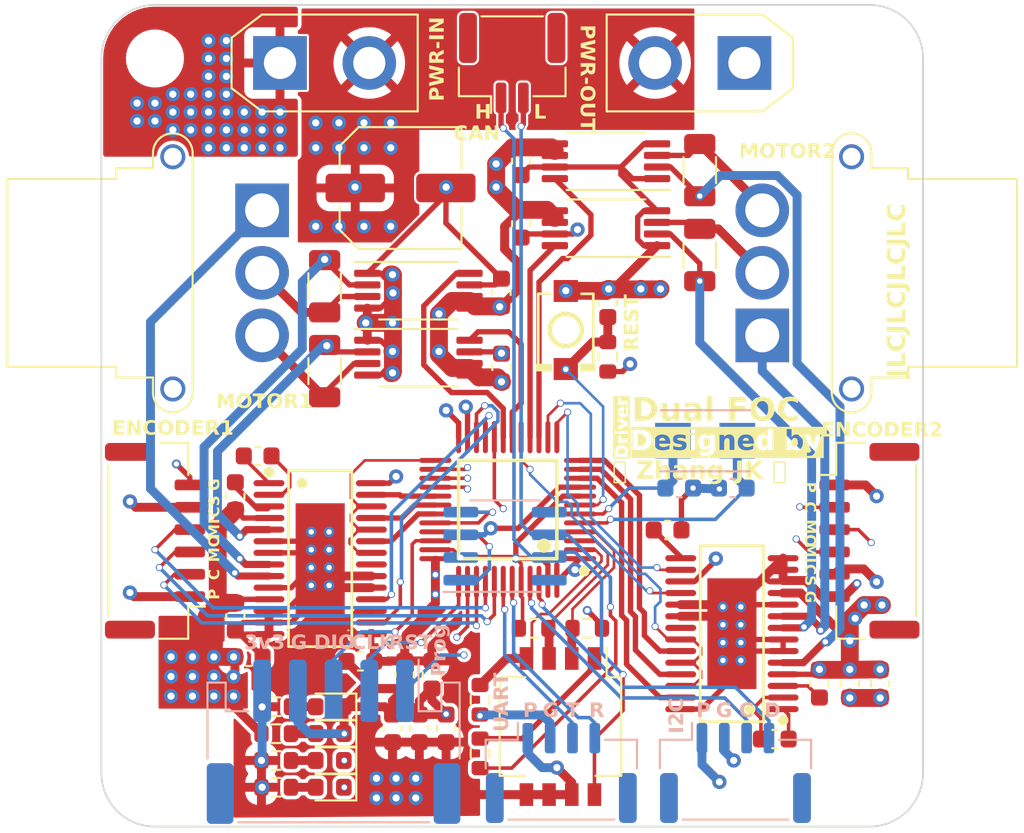
<source format=kicad_pcb>
(kicad_pcb (version 20221018) (generator pcbnew)
  (layers (0 "F.Cu" signal) (1 "In1.Cu" signal) (2 "In2.Cu" signal) (31 "B.Cu" signal) (34 "B.Paste" user) (35 "F.Paste" user) (36 "B.SilkS" user "B.Silkscreen") (37 "F.SilkS" user "F.Silkscreen") (38 "B.Mask" user) (39 "F.Mask" user) (44 "Edge.Cuts" user))
  (net 0 "")
  (net 1 "+3V3")
  (net 2 "GND")
  (net 3 "Net-(U6-CP1)")
  (net 4 "Net-(U6-CP2)")
  (net 5 "Net-(U7-CP1)")
  (net 6 "Net-(U7-CP2)")
  (net 7 "+12V")
  (net 8 "Net-(U6-VCP)")
  (net 9 "Net-(U7-VCP)")
  (net 10 "Net-(U7-V3P3OUT)")
  (net 11 "/RCC_OSC_IN")
  (net 12 "/RCC_OSC_OUT")
  (net 13 "/RESET")
  (net 14 "/TIM2_CH1")
  (net 15 "/TIM2_CH2")
  (net 16 "/TIM2_CH3")
  (net 17 "Net-(D2-A)")
  (net 18 "Net-(D3-A)")
  (net 19 "/LED1")
  (net 20 "Net-(D4-A)")
  (net 21 "/LED0")
  (net 22 "Net-(D5-A)")
  (net 23 "/OUT1_C")
  (net 24 "/OUT1_B")
  (net 25 "/OUT1_A")
  (net 26 "/OUT2_C")
  (net 27 "/OUT2_B")
  (net 28 "/OUT2_A")
  (net 29 "/SPI1_SCK")
  (net 30 "/SPI1_MOSI")
  (net 31 "/SPI1_MISO")
  (net 32 "/SPI2_SCK")
  (net 33 "/SPI2_MOSI")
  (net 34 "/SPI2_MISO")
  (net 35 "/CANH")
  (net 36 "/CANL")
  (net 37 "/UART1_TX")
  (net 38 "/UART1_RX")
  (net 39 "/I2C1_SCL")
  (net 40 "/I2C1_SDA")
  (net 41 "/SWCLK")
  (net 42 "/SWDIO")
  (net 43 "/OUT1_B_CS")
  (net 44 "/OUT2_B_CS")
  (net 45 "/OUT1_A_CS")
  (net 46 "/OUT2_A_CS")
  (net 47 "Net-(R8-Pad2)")
  (net 48 "/SW0")
  (net 49 "/SW1")
  (net 50 "/SW2")
  (net 51 "/ADC1_IN9")
  (net 52 "/ADC2_IN6")
  (net 53 "/ADC1_IN8")
  (net 54 "/ADC2_IN5")
  (net 55 "/MOTOR_EN2")
  (net 56 "/MOTOR_RST2")
  (net 57 "/MOTOR_FAULT2")
  (net 58 "/MOTOR_FAULT1")
  (net 59 "/MOTOR_RST1")
  (net 60 "/MOTOR_EN1")
  (net 61 "/TIM1_CH1")
  (net 62 "/TIM1_CH2")
  (net 63 "/TIM1_CH3")
  (net 64 "/CAN_RX")
  (net 65 "/CAN_TX")
  (footprint "Capacitor_SMD:C_0603_1608Metric" (layer "F.Cu") (at 175.35125 63.7 -90)
    (fp_text reference "C23" hide)
    (fp_text value "0.1uf" hide)
  )
  (footprint "Resistor_SMD:R_0603_1608Metric" (layer "F.Cu") (at 174.2 81.9 180)
    (fp_text reference "R9" hide)
    (fp_text value "10kR" hide)
  )
  (footprint "Capacitor_SMD:C_0603_1608Metric" (layer "F.Cu") (at 165.5 84.5 90)
    (fp_text reference "C9" hide)
    (fp_text value "0.1uF" hide)
  )
  (footprint "Capacitor_SMD:C_0603_1608Metric" (layer "F.Cu") (at 154.5 74.5 90)
    (fp_text reference "C12" hide)
    (fp_text value "0.1uF" hide)
  )
  (footprint "LED_SMD:LED_0603_1608Metric" (layer "F.Cu") (at 159.7875 86.29 180)
    (fp_text reference "D3" hide)
    (fp_text value "LED-R" hide)
  )
  (footprint "Capacitor_SMD:C_0603_1608Metric" (layer "F.Cu") (at 170.5 59.25 -90)
    (fp_text reference "C2" hide)
    (fp_text value "0.1uF" hide)
  )
  (footprint "Resistor_SMD:R_0603_1608Metric" (layer "F.Cu") (at 156.7875 86.29)
    (fp_text reference "R13" hide)
    (fp_text value "2kΩ" hide)
  )
  (footprint "Connector_AMASS:AMASS_XT30UPB-F_1x02_P5.0mm_Vertical" (layer "F.Cu") (at 157 50.25)
    (fp_text reference "J5" hide)
    (fp_text value "PWR-OUT" hide)
  )
  (footprint "Package_SO:TSSOP-8_4.4x3mm_P0.65mm" (layer "F.Cu") (at 164.75 63)
    (fp_text reference "U1" hide)
    (fp_text value "INA240A2PW" hide)
  )
  (footprint "Resistor_SMD:R_0603_1608Metric" (layer "F.Cu") (at 156.7875 89.3)
    (fp_text reference "R15" hide)
    (fp_text value "2kΩ" hide)
  )
  (footprint "Resistor_SMD:R_0603_1608Metric" (layer "F.Cu") (at 156.7875 87.8)
    (fp_text reference "R12" hide)
    (fp_text value "10kΩ" hide)
  )
  (footprint "Package_SO:TSSOP-8_4.4x3mm_P0.65mm" (layer "F.Cu") (at 164.75 66.75)
    (fp_text reference "U3" hide)
    (fp_text value "INA240A2PW" hide)
  )
  (footprint "Capacitor_SMD:C_0603_1608Metric" (layer "F.Cu") (at 163.3 87.5 -90)
    (fp_text reference "C7" hide)
    (fp_text value "0.1uF" hide)
  )
  (footprint "Connector_JST:JST_GH_BM06B-GHS-TBT_1x06-1MP_P1.25mm_Vertical" (layer "F.Cu") (at 190 77 -90)
    (fp_text reference "J4" hide)
    (fp_text value "Encoder2" hide)
  )
  (footprint "kicad_lceda:HTSSOP-28_L9.8-W4.5-P0.65-LS6.6-BL-EP" (layer "F.Cu") (at 159.25 78 -90)
    (fp_text reference "U6" hide)
    (fp_text value "DRV8313PWPR" hide)
  )
  (footprint "Capacitor_SMD:C_0603_1608Metric" (layer "F.Cu") (at 163.98 84.5 90)
    (fp_text reference "C8" hide)
    (fp_text value "0.1uF" hide)
  )
  (footprint "Resistor_SMD:R_0603_1608Metric" (layer "F.Cu") (at 168.2 85.9 90)
    (fp_text reference "R11" hide)
    (fp_text value "10kR" hide)
  )
  (footprint "lc_lib:LQFP-48_7X7X05P" (layer "F.Cu") (at 169.75 75.25 90)
    (fp_text reference "U5" hide)
    (fp_text value "STM32F103C8T6" hide)
  )
  (footprint "Package_SO:TSSOP-8_4.4x3mm_P0.65mm" (layer "F.Cu") (at 175.25 55.75 180)
    (fp_text reference "U4" hide)
    (fp_text value "INA240A2PW" hide)
  )
  (footprint "Resistor_SMD:R_1206_3216Metric" (layer "F.Cu") (at 180.5 61 90)
    (fp_text reference "R2" hide)
    (fp_text value "0.01R" hide)
  )
  (footprint "LED_SMD:LED_0603_1608Metric" (layer "F.Cu") (at 159.7875 90.8 180)
    (fp_text reference "D4" hide)
    (fp_text value "LED-B" hide)
  )
  (footprint "Resistor_SMD:R_0603_1608Metric" (layer "F.Cu") (at 156.7875 90.8)
    (fp_text reference "R14" hide)
    (fp_text value "10kΩ" hide)
  )
  (footprint "MountingHole:MountingHole_3mm" (layer "F.Cu") (at 150 50)
    (fp_text reference "H1" hide)
    (fp_text value "MountingHole" hide)
  )
  (footprint "Button_Switch_SMD:SW_DIP_SPSTx04_Slide_KingTek_DSHP04TS_W7.62mm_P1.27mm" (layer "F.Cu") (at 172.7 87.4 -90)
    (fp_text reference "SW1" hide)
    (fp_text value "SW_DIP_x04" hide)
  )
  (footprint "Connector_JST:JST_GH_BM06B-GHS-TBT_1x06-1MP_P1.25mm_Vertical" (layer "F.Cu") (at 150 77 90)
    (fp_text reference "J3" hide)
    (fp_text value "Encoder1" hide)
  )
  (footprint "Connector_JST:JST_GH_BM02B-GHS-TBT_1x02-1MP_P1.25mm_Vertical" (layer "F.Cu") (at 170 50.25)
    (fp_text reference "J7" hide)
    (fp_text value "CAN" hide)
  )
  (footprint "Capacitor_SMD:C_0603_1608Metric" (layer "F.Cu") (at 178.7 76.4)
    (fp_text reference "C14" hide)
    (fp_text value "0.47uF" hide)
  )
  (footprint "Connector_AMASS:AMASS_MR30PW-FB_1x03_P3.50mm_Horizontal" (layer "F.Cu") (at 184 65.5 -90)
    (fp_text reference "J2" hide)
    (fp_text value "OUT2" hide)
  )
  (footprint "Resistor_SMD:R_0603_1608Metric" (layer "F.Cu") (at 168.2 88.9 90)
    (fp_text reference "R8" hide)
    (fp_text value "120R" hide)
  )
  (footprint "Capacitor_SMD:C_0603_1608Metric" (layer "F.Cu") (at 169.4 63.1 90)
    (fp_text reference "C1" hide)
    (fp_text value "0.1uF" hide)
  )
  (footprint "Connector_AMASS:AMASS_MR30PW-FB_1x03_P3.50mm_Horizontal" (layer "F.Cu") (at 156 58.5 90)
    (fp_text reference "J1" hide)
    (fp_text value "OUT1" hide)
  )
  (footprint "Capacitor_SMD:C_0603_1608Metric" (layer "F.Cu") (at 190.6 85 90)
    (fp_text reference "C19" hide)
    (fp_text value "0.1uF" hide)
  )
  (footprint "Capacitor_SMD:C_0603_1608Metric" (layer "F.Cu") (at 155.25 83.5 180)
    (fp_text reference "C21" hide)
    (fp_text value "0.1uF" hide)
  )
  (footprint "Resistor_SMD:R_1206_3216Metric" (layer "F.Cu") (at 159.5 67.5 -90)
    (fp_text reference "R3" hide)
    (fp_text value "0.01R" hide)
  )
  (footprint "Capacitor_SMD:C_Elec_6.3x7.7" (layer "F.Cu") (at 163.75 57.25)
    (fp_text reference "C22" hide)
    (fp_text value "100uF" hide)
  )
  (footprint "MountingHole:MountingHole_3mm" (layer "F.Cu") (at 190 50)
    (fp_text reference "H2" hide)
    (fp_text value "MountingHole" hide)
  )
  (footprint "LED_SMD:LED_0603_1608Metric" (layer "F.Cu") (at 159.7875 89.3 180)
    (fp_text reference "D5" hide)
    (fp_text value "LED-G" hide)
  )
  (footprint "Capacitor_SMD:C_0603_1608Metric" (layer "F.Cu") (at 161.5 83.75 180)
    (fp_text reference "C15" hide)
    (fp_text value "0.47uF" hide)
  )
  (footprint "Capacitor_SMD:C_0603_1608Metric" (layer "F.Cu") (at 169.4 67.3 90)
    (fp_text reference "C3" hide)
    (fp_text value "0.1uF" hide)
  )
  (footprint "MountingHole:MountingHole_3mm" (layer "F.Cu") (at 150 90)
    (fp_text reference "H4" hide)
    (fp_text value "MountingHole" hide)
  )
  (footprint "LED_SMD:LED_0603_1608Metric" (layer "F.Cu") (at 159.7875 87.79 180)
    (fp_text reference "D2" hide)
    (fp_text value "LED-R" hide)
  )
  (footprint "Capacitor_SMD:C_0603_1608Metric" (layer "F.Cu") (at 154.5 81.25 90)
    (fp_text reference "C20" hide)
    (fp_text value "0.1uF" hide)
  )
  (footprint "Capacitor_SMD:C_0603_1608Metric" (layer "F.Cu") (at 170.5 55.75 -90)
    (fp_text reference "C4" hide)
    (fp_text value "0.1uF" hide)
  )
  (footprint "kicad_lceda:HTSSOP-28_L9.8-W4.5-P0.65-LS6.6-BL-EP" (layer "F.Cu") (at 182.3 82.2 90)
    (fp_text reference "U7" hide)
    (fp_text value "DRV8313PWPR" hide)
  )
  (footprint "Capacitor_SMD:C_0603_1608Metric" (layer "F.Cu") (at 188.9 85 90)
    (fp_text reference "C18" hide)
    (fp_text value "0.1uF" hide)
  )
  (footprint "MountingHole:MountingHole_3mm" (layer "F.Cu") (at 190 90)
    (fp_text reference "H3" hide)
    (fp_text value "MountingHole" hide)
  )
  (footprint "Connector_AMASS:AMASS_XT30UPB-M_1x02_P5.0mm_Vertical" (layer "F.Cu") (at 183 50.25 180)
    (fp_text reference "J6" hide)
    (fp_text value "PWR-IN" hide)
  )
  (footprint "Capacitor_SMD:C_0603_1608Metric" (layer "F.Cu") (at 187.2 85 -90)
    (fp_text reference "C13" hide)
    (fp_text value "0.1uF" hide)
  )
  (footprint "kicad_lceda:SW-SMD_L3.9-W3.0-P4.45" (layer "F.Cu") (at 173 65.2 -90)
    (fp_text reference "SW2" hide)
    (fp_text value "Switch-Stand" hide)
  )
  (footprint "Capacitor_SMD:C_0603_1608Metric" (layer "F.Cu") (at 166.3 87.5 -90)
    (fp_text reference "C10" hide)
    (fp_text value "0.1uF" hide)
  )
  (footprint "Package_SO:TSSOP-8_4.4x3mm_P0.65mm" (layer "F.Cu") (at 175.25 59.5 180)
    (fp_text reference "U2" hide)
    (fp_text value "INA240A2PW" hide)
  )
  (footprint "Capacitor_SMD:C_0603_1608Metric" (layer "F.Cu") (at 164.8 87.5 -90)
    (fp_text reference "C11" hide)
    (fp_text value "10uF" hide)
  )
  (footprint "Resistor_SMD:R_1206_3216Metric" (layer "F.Cu") (at 180.5 56.25 90)
    (fp_text reference "R4" hide)
    (fp_text value "0.01R" hide)
  )
  (footprint "Capacitor_SMD:C_0603_1608Metric" (layer "F.Cu") (at 184.7 88.1 180)
    (fp_text reference "C6" hide)
    (fp_text value "0.01uF" hide)
  )
  (footprint "Capacitor_SMD:C_0603_1608Metric" (layer "F.Cu") (at 155.75 72.25)
    (fp_text reference "C5" hide)
    (fp_text value "0.01uF" hide)
  )
  (footprint "Resistor_SMD:R_1206_3216Metric" (layer "F.Cu") (at 159.5 62.75 -90)
    (fp_text reference "R1" hide)
    (fp_text value "0.01R" hide)
  )
  (footprint "Resistor_SMD:R_0603_1608Metric" (layer "F.Cu") (at 175.35125 66.7 -90)
    (fp_text reference "R16" hide)
    (fp_text value "10kR" hide)
  )
  (footprint "Resistor_SMD:R_0603_1608Metric" (layer "F.Cu") (at 171.2 81.9)
    (fp_text reference "R10" hide)
    (fp_text value "10kR" hide)
  )
  (footprint "Connector_JST:JST_PH_S5B-PH-SM4-TB_1x05-1MP_P2.00mm_Horizontal" (layer "B.Cu") (at 160 88.25 180)
    (fp_text reference "J11" hide)
    (fp_text value "SWD" hide)
  )
  (footprint "Connector_JST:JST_GH_BM04B-GHS-TBT_1x04-1MP_P1.25mm_Vertical" (layer "B.Cu") (at 172.75 90)
    (fp_text reference "J9" hide)
    (fp_text value "UART" hide)
  )
  (footprint "Crystal:Crystal_SMD_Qantek_QC5CB-2Pin_5x3.2mm" (layer "B.Cu") (at 180.8 71.4 180)
    (fp_text reference "Y1" hide)
    (fp_text value "8MHz 20pF" hide)
  )
  (footprint "Connector_JST:JST_GH_BM04B-GHS-TBT_1x04-1MP_P1.25mm_Vertical" (layer "B.Cu") (at 182.5 90)
    (fp_text reference "J10" hide)
    (fp_text value "I2C" hide)
  )
  (footprint "Package_SO:SOIC-8_3.9x4.9mm_P1.27mm" (layer "B.Cu") (at 169.6 77.3)
    (fp_text reference "U8" hide)
    (fp_text value "SN65HVD232" hide)
  )
  (footprint "Capacitor_SMD:C_0603_1608Metric" (layer "B.Cu") (at 182.35 74.05)
    (fp_text reference "C16" hide)
    (fp_text value "36pF" hide)
  )
  (footprint "Capacitor_SMD:C_0603_1608Metric" (layer "B.Cu") (at 179.35 74.05 180)
    (fp_text reference "C17" hide)
    (fp_text value "36pF" hide)
  )
  (gr_arc (start 147 50) (mid 147.87868 47.87868) (end 150 47) (stroke (width 0.1)) (layer "Edge.Cuts"))
  (gr_line (start 147 50) (end 147 90) (stroke (width 0.1)) (layer "Edge.Cuts"))
  (gr_line (start 150 93) (end 190 93) (stroke (width 0.1)) (layer "Edge.Cuts"))
  (gr_line (start 193 90) (end 193 50) (stroke (width 0.1)) (layer "Edge.Cuts"))
  (gr_line (start 190 47) (end 150 47) (stroke (width 0.1)) (layer "Edge.Cuts"))
  (gr_arc (start 150 93) (mid 147.87868 92.12132) (end 147 90) (stroke (width 0.1)) (layer "Edge.Cuts"))
  (gr_arc (start 193 90) (mid 192.12132 92.12132) (end 190 93) (stroke (width 0.1)) (layer "Edge.Cuts"))
  (gr_arc (start 190 47) (mid 192.12132 47.87868) (end 193 50) (stroke (width 0.1)) (layer "Edge.Cuts"))
  (gr_text "G" (at 157.6 83.2) (layer "B.SilkS") (effects (font (size 0.8 0.8) (thickness 0.2) bold) (justify left bottom)))
  (gr_text "UART\n" (at 169.9 87.7 90) (layer "B.SilkS") (effects (font (size 0.8 0.8) (thickness 0.2) bold) (justify left bottom)))
  (gr_text "G" (at 171.7 87) (layer "B.SilkS") (effects (font (size 0.8 0.8) (thickness 0.2) bold) (justify left bottom)))
  (gr_text "R" (at 174.3 87) (layer "B.SilkS") (effects (font (size 0.8 0.8) (thickness 0.2) bold) (justify left bottom)))
  (gr_text "T" (at 173 87) (layer "B.SilkS") (effects (font (size 0.8 0.8) (thickness 0.2) bold) (justify left bottom)))
  (gr_text "DIO" (at 158.9 83.2) (layer "B.SilkS") (effects (font (size 0.8 0.8) (thickness 0.2) bold) (justify left bottom)))
  (gr_text "RST" (at 163.1 83.2) (layer "B.SilkS") (effects (font (size 0.8 0.8) (thickness 0.2) bold) (justify left bottom)))
  (gr_text "C" (at 182.7 87) (layer "B.SilkS") (effects (font (size 0.8 0.8) (thickness 0.2) bold) (justify left bottom)))
  (gr_text "P" (at 180.3 87) (layer "B.SilkS") (effects (font (size 0.8 0.8) (thickness 0.2) bold) (justify left bottom)))
  (gr_text "CLK" (at 161 83.2) (layer "B.SilkS") (effects (font (size 0.8 0.8) (thickness 0.2) bold) (justify left bottom)))
  (gr_text "I2C\n" (at 179.7 87.8 90) (layer "B.SilkS") (effects (font (size 0.8 0.8) (thickness 0.2) bold) (justify left bottom)))
  (gr_text "Prog\n" (at 166.4 84.6 90) (layer "B.SilkS") (effects (font (size 0.8 0.8) (thickness 0.2) bold) (justify left bottom)))
  (gr_text "3v3" (at 155 83.2) (layer "B.SilkS") (effects (font (size 0.8 0.8) (thickness 0.2) bold) (justify left bottom)))
  (gr_text "D" (at 184.1 87) (layer "B.SilkS") (effects (font (size 0.8 0.8) (thickness 0.2) bold) (justify left bottom)))
  (gr_text "P" (at 170.6 87) (layer "B.SilkS") (effects (font (size 0.8 0.8) (thickness 0.2) bold) (justify left bottom)))
  (gr_text "G" (at 181.4 87) (layer "B.SilkS") (effects (font (size 0.8 0.8) (thickness 0.2) bold) (justify left bottom)))
  (gr_text "P" (at 186.3 73.7 -90) (layer "F.SilkS") (effects (font (size 0.6 0.6) (thickness 0.15) bold) (justify left bottom)))
  (gr_text "MI" (at 153.7 76.9 90) (layer "F.SilkS") (effects (font (size 0.6 0.6) (thickness 0.15) bold) (justify left bottom)))
  (gr_text "MO" (at 186.3 75.8 -90) (layer "F.SilkS") (effects (font (size 0.6 0.6) (thickness 0.15) bold) (justify left bottom)))
  (gr_text "MOTOR2\n" (at 182.7 55.7) (layer "F.SilkS") (effects (font (size 0.8 0.8) (thickness 0.2) bold) (justify left bottom)))
  (gr_text "ENCODER1" (at 147.6 71.2) (layer "F.SilkS") (effects (font (size 0.8 0.8) (thickness 0.2) bold) (justify left bottom)))
  (gr_text "CS" (at 186.3 78.3 -90) (layer "F.SilkS") (effects (font (size 0.6 0.6) (thickness 0.15) bold) (justify left bottom)))
  (gr_text "C" (at 186.3 74.8 -90) (layer "F.SilkS") (effects (font (size 0.6 0.6) (thickness 0.15) bold) (justify left bottom)))
  (gr_text "PWR-OUT" (at 173.7 48.1 -90) (layer "F.SilkS") (effects (font (size 0.8 0.8) (thickness 0.2) bold) (justify left bottom)))
  (gr_text "󰵗 Zhang-JK 󰵘" (at 175.6 73.7) (layer "F.SilkS") (effects (font (size 1 1) (thickness 0.25) bold) (justify left bottom)))
  (gr_text "MOTOR1" (at 153.4 69.7) (layer "F.SilkS") (effects (font (size 0.8 0.8) (thickness 0.2) bold) (justify left bottom)))
  (gr_text "ENCODER2" (at 187.3 71.3) (layer "F.SilkS") (effects (font (size 0.8 0.8) (thickness 0.2) bold) (justify left bottom)))
  (gr_text "H" (at 167.9 53.5) (layer "F.SilkS") (effects (font (size 0.8 0.8) (thickness 0.2) bold) (justify left bottom)))
  (gr_text "JLCJLCJLCJLC" (at 192.16 67.86 90) (layer "F.SilkS") (effects (font (size 1 1) (thickness 0.2) bold) (justify left bottom)))
  (gr_text "G\n" (at 153.7 74.2 90) (layer "F.SilkS") (effects (font (size 0.6 0.6) (thickness 0.15) bold) (justify left bottom)))
  (gr_text "MI" (at 186.3 77.1 -90) (layer "F.SilkS") (effects (font (size 0.6 0.6) (thickness 0.15) bold) (justify left bottom)))
  (gr_text "P" (at 153.7 80.3 90) (layer "F.SilkS") (effects (font (size 0.6 0.6) (thickness 0.15) bold) (justify left bottom)))
  (gr_text "PWR-IN\n" (at 166.3 52.4 90) (layer "F.SilkS") (effects (font (size 0.8 0.8) (thickness 0.2) bold) (justify left bottom)))
  (gr_text "CS" (at 153.7 75.7 90) (layer "F.SilkS") (effects (font (size 0.6 0.6) (thickness 0.15) bold) (justify left bottom)))
  (gr_text "L" (at 171.2 53.5) (layer "F.SilkS") (effects (font (size 0.8 0.8) (thickness 0.2) bold) (justify left bottom)))
  (gr_text "G\n" (at 186.3 79.8 -90) (layer "F.SilkS") (effects (font (size 0.6 0.6) (thickness 0.15) bold) (justify left bottom)))
  (gr_text "CAN" (at 166.7 54.7) (layer "F.SilkS") (effects (font (size 0.8 0.8) (thickness 0.2) bold) (justify left bottom)))
  (gr_text "Designed by" (at 176.6 72.1) (layer "F.SilkS" knockout) (effects (font (size 1.1 1.1) (thickness 0.25) bold) (justify left bottom)))
  (gr_text "MO" (at 153.7 78.2 90) (layer "F.SilkS") (effects (font (size 0.6 0.6) (thickness 0.15) bold) (justify left bottom)))
  (gr_text "Dual FOC" (at 176.7 70.5) (layer "F.SilkS") (effects (font (size 1.3 1.3) (thickness 0.25) bold) (justify left bottom)))
  (gr_text "REST" (at 177.2 66.4 90) (layer "F.SilkS") (effects (font (size 0.8 0.8) (thickness 0.2) bold) (justify left bottom)))
  (gr_text "C" (at 153.7 79.2 90) (layer "F.SilkS") (effects (font (size 0.6 0.6) (thickness 0.15) bold) (justify left bottom)))
  (gr_text "Driver" (at 176.6 72.4 90) (layer "F.SilkS" knockout) (effects (font (size 0.7 0.7) (thickness 0.175) bold) (justify left bottom)))
  (segment (start 169.575 59.4) (end 170.5 58.475) (width 0.5) (layer "F.Cu") (net 1))
  (segment (start 165.9 66.584142) (end 165.9 66.4) (width 1) (layer "F.Cu") (net 1))
  (segment (start 161.334488 80.925) (end 160.9 81.359488) (width 0.3) (layer "F.Cu") (net 1))
  (segment (start 165.9 64.3) (end 166.625 63.575) (width 1) (layer "F.Cu") (net 1))
  (segment (start 166.640858 67.325) (end 165.9 66.584142) (width 1) (layer "F.Cu") (net 1))
  (segment (start 165.7 80.5) (end 165.7 80) (width 0.5) (layer "F.Cu") (net 1))
  (segment (start 160.9 81.359488) (end 160.9 81.8315) (width 0.3) (layer "F.Cu") (net 1))
  (segment (start 169.4 63.875) (end 170.325 62.95) (width 0.5) (layer "F.Cu") (net 1))
  (segment (start 189.675 78.575) (end 190.4 79.3) (width 0.5) (layer "F.Cu") (net 1))
  (segment (start 170.275 58.475) (end 169.1 57.3) (width 1) (layer "F.Cu") (net 1))
  (segment (start 162.116 80.925) (end 161.334488 80.925) (width 0.3) (layer "F.Cu") (net 1))
  (segment (start 160.9 81.8315) (end 161.2935 82.225) (width 0.3) (layer "F.Cu") (net 1))
  (segment (start 169.4 68.1) (end 169.425 68.1) (width 1) (layer "F.Cu") (net 1))
  (segment (start 168.1375 67.85) (end 167.6125 67.325) (width 1) (layer "F.Cu") (net 1))
  (segment (start 166.625 63.575) (end 167.6125 63.575) (width 1) (layer "F.Cu") (net 1))
  (segment (start 165.7 78.9) (end 165.7 78.09) (width 0.5) (layer "F.Cu") (net 1))
  (segment (start 173.15 78.65) (end 173.175226 78.624774) (width 0.3) (layer "F.Cu") (net 1))
  (segment (start 148.925 75.125) (end 148.6 74.8) (width 0.5) (layer "F.Cu") (net 1))
  (segment (start 170.5 54.975) (end 172.1875 54.975) (width 1) (layer "F.Cu") (net 1))
  (segment (start 169.4 68.075) (end 169.4 68.075) (width 1) (layer "F.Cu") (net 1))
  (segment (start 175.35125 67.525) (end 176.175 67.525) (width 0.3) (layer "F.Cu") (net 1))
  (segment (start 164.79 91.21) (end 173.335 91.21) (width 0.5) (layer "F.Cu") (net 1))
  (segment (start 181.4 78.090512) (end 181.4 78) (width 0.3) (layer "F.Cu") (net 1))
  (segment (start 169.425 68.1) (end 169.175 67.85) (width 1) (layer "F.Cu") (net 1))
  (segment (start 173.335 90.535) (end 172.5 89.7) (width 0.5) (layer "F.Cu") (net 1))
  (segment (start 169.175 67.85) (end 168.1375 67.85) (width 1) (layer "F.Cu") (net 1))
  (segment (start 169.4 68.075) (end 169.4 68.1) (width 1) (layer "F.Cu") (net 1))
  (segment (start 173.8 74) (end 172.639929 74) (width 0.3) (layer "F.Cu") (net 1))
  (segment (start 172.5 79.3) (end 173.15 78.65) (width 0.3) (layer "F.Cu") (net 1))
  (segment (start 169.1 57.3) (end 169.1 57.2) (width 1) (layer "F.Cu") (net 1))
  (segment (start 189.775 73.875) (end 190.4 74.5) (width 0.5) (layer "F.Cu") (net 1))
  (segment (start 167.6125 67.325) (end 166.640858 67.325) (width 1) (layer "F.Cu") (net 1))
  (segment (start 173.15 78.65) (end 173.8 78) (width 0.3) (layer "F.Cu") (net 1))
  (segment (start 170.325 61.425) (end 169.575 60.675) (width 0.5) (layer "F.Cu") (net 1))
  (segment (start 148.825 80.125) (end 148.6 79.9) (width 0.5) (layer "F.Cu") (net 1))
  (segment (start 188.35 78.575) (end 189.675 78.575) (width 0.5) (layer "F.Cu") (net 1))
  (segment (start 170.325 62.95) (end 170.325 61.425) (width 0.5) (layer "F.Cu") (net 1))
  (segment (start 173.335 91.21) (end 173.335 90.535) (width 0.5) (layer "F.Cu") (net 1))
  (segment (start 167.9125 63.875) (end 169.275 63.875) (width 1) (layer "F.Cu") (net 1))
  (segment (start 167 71.2) (end 167 70.4) (width 0.3) (layer "F.Cu") (net 1))
  (segment (start 167 70.4) (end 166.3 69.7) (width 0.3) (layer "F.Cu") (net 1))
  (segment (start 169.275 63.875) (end 169.3 63.9) (width 1) (layer "F.Cu") (net 1))
  (segment (start 165.7 80.5) (end 165 81.2) (width 0.5) (layer "F.Cu") (net 1))
  (segment (start 167.6125 63.575) (end 167.9125 63.875) (width 1) (layer "F.Cu") (net 1))
  (segment (start 170.025 54.975) (end 170.5 54.975) (width 1) (layer "F.Cu") (net 1))
  (segment (start 169.325 63.875) (end 169.4 63.875) (width 1) (layer "F.Cu") (net 1))
  (segment (start 172.639929 74) (end 170.339929 76.3) (width 0.3) (layer "F.Cu") (net 1))
  (segment (start 169.1 55.9) (end 170.025 54.975) (width 1) (layer "F.Cu") (net 1))
  (segment (start 170.5 58.475) (end 171.9375 58.475) (width 1) (layer "F.Cu") (net 1))
  (segment (start 151.95 75.125) (end 148.925 75.125) (width 0.5) (layer "F.Cu") (net 1))
  (segment (start 180.215512 79.275) (end 181.4 78.090512) (width 0.3) (layer "F.Cu") (net 1))
  (segment (start 170.5 58.475) (end 170.275 58.475) (width 1) (layer "F.Cu") (net 1))
  (segment (start 188.05 73.875) (end 189.775 73.875) (width 0.5) (layer "F.Cu") (net 1))
  (segment (start 188.05 78.875) (end 188.35 78.575) (width 0.5) (layer "F.Cu") (net 1))
  (segment (start 172.1875 54.975) (end 172.3875 55.175) (width 1) (layer "F.Cu") (net 1))
  (segment (start 179.434 79.275) (end 180.215512 79.275) (width 0.3) (layer "F.Cu") (net 1))
  (segment (start 170.339929 76.3) (end 168.8 76.3) (width 0.3) (layer "F.Cu") (net 1))
  (segment (start 169.1 57.2) (end 169.1 55.9) (width 1) (layer "F.Cu") (net 1))
  (segment (start 169.3 63.9) (end 169.325 63.875) (width 1) (layer "F.Cu") (net 1))
  (segment (start 169.575 60.675) (end 169.575 59.4) (width 0.5) (layer "F.Cu") (net 1))
  (segment (start 165.7 80) (end 165.7 78.9) (width 0.5) (layer "F.Cu") (net 1))
  (segment (start 173.175226 78.624774) (end 173.513949 78.624774) (width 0.3) (layer "F.Cu") (net 1))
  (segment (start 171.9375 58.475) (end 172.3875 58.925) (width 1) (layer "F.Cu") (net 1))
  (segment (start 161.2935 82.225) (end 162.116 82.225) (width 0.3) (layer "F.Cu") (net 1))
  (segment (start 164.6 91.4) (end 164.79 91.21) (width 0.5) (layer "F.Cu") (net 1))
  (segment (start 176.175 67.525) (end 176.6 67.1) (width 0.3) (layer "F.Cu") (net 1))
  (segment (start 165.9 66.4) (end 165.9 64.3) (width 1) (layer "F.Cu") (net 1))
  (segment (start 151.95 80.125) (end 148.825 80.125) (width 0.5) (layer "F.Cu") (net 1))
  (segment (start 172.5 79.3) (end 172.5 78.347035) (width 0.3) (layer "F.Cu") (net 1))
  (via (at 163.5 90.3) (size 0.8) (drill 0.4) (layers "F.Cu" "B.Cu") (net 1))
  (via (at 155.9625 89.3) (size 0.8) (drill 0.4) (layers "F.Cu" "B.Cu") (net 1))
  (via (at 156 90.8) (size 0.8) (drill 0.4) (layers "F.Cu" "B.Cu") (net 1))
  (via (at 165.9 66.4) (size 0.8) (drill 0.4) (layers "F.Cu" "B.Cu") (net 1))
  (via (at 156 86.3) (size 0.8) (drill 0.4) (layers "F.Cu" "B.Cu") (net 1))
  (via (at 165.9 64.3) (size 0.8) (drill 0.4) (layers "F.Cu" "B.Cu") (net 1))
  (via (at 168.8 76.3) (size 0.8) (drill 0.4) (layers "F.Cu" "B.Cu") (net 1))
  (via (at 190.4 74.5) (size 0.8) (drill 0.4) (layers "F.Cu" "B.Cu") (net 1))
  (via (at 190.4 79.3) (size 0.8) (drill 0.4) (layers "F.Cu" "B.Cu") (net 1))
  (via (at 164.6 91.4) (size 0.8) (drill 0.4) (layers "F.Cu" "B.Cu") (net 1))
  (via (at 148.6 74.8) (size 0.8) (drill 0.4) (layers "F.Cu" "B.Cu") (net 1))
  (via (at 162.4 91.4) (size 0.8) (drill 0.4) (layers "F.Cu" "B.Cu") (net 1))
  (via (at 169.1 57.2) (size 0.8) (drill 0.4) (layers "F.Cu" "B.Cu") (net 1))
  (via (at 169.4 68.1) (size 0.8) (drill 0.4) (layers "F.Cu" "B.Cu") (net 1))
  (via (at 148.6 79.9) (size 0.8) (drill 0.4) (layers "F.Cu" "B.Cu") (net 1))
  (via (at 173.513949 78.624774) (size 0.8) (drill 0.4) (layers "F.Cu" "B.Cu") (net 1))
  (via (at 164.6 90.3) (size 0.8) (drill 0.4) (layers "F.Cu" "B.Cu") (net 1))
  (via (at 166.3 69.7) (size 0.8) (drill 0.4) (layers "F.Cu" "B.Cu") (net 1))
  (via (at 165.7 80) (size 0.5) (drill 0.3) (layers "F.Cu" "B.Cu") (net 1))
  (via (at 169.1 55.9) (size 0.8) (drill 0.4) (layers "F.Cu" "B.Cu") (net 1))
  (via (at 163.5 91.4) (size 0.8) (drill 0.4) (layers "F.Cu" "B.Cu") (net 1))
  (via (at 181.4 78) (size 0.8) (drill 0.4) (layers "F.Cu" "B.Cu") (net 1))
  (via (at 172.5 89.7) (size 0.8) (drill 0.4) (layers "F.Cu" "B.Cu") (net 1))
  (via (at 162.4 90.3) (size 0.8) (drill 0.4) (layers "F.Cu" "B.Cu") (net 1))
  (via (at 169.3 63.9) (size 0.8) (drill 0.4) (layers "F.Cu" "B.Cu") (net 1))
  (via (at 165.7 78.9) (size 0.5) (drill 0.3) (layers "F.Cu" "B.Cu") (net 1))
  (via (at 181.6 90.5) (size 0.8) (drill 0.4) (layers "F.Cu" "B.Cu") (net 1))
  (via (at 176.6 67.1) (size 0.8) (drill 0.4) (layers "F.Cu" "B.Cu") (net 1))
  (segment (start 156 89.2625) (end 155.9625 89.3) (width 0.5) (layer "B.Cu") (net 1))
  (segment (start 171.675001 89.7) (end 170.875 88.899999) (width 0.5) (layer "B.Cu") (net 1))
  (segment (start 180.625 89.525) (end 181.6 90.5) (width 0.5) (layer "B.Cu") (net 1))
  (segment (start 172.5 89.7) (end 171.675001 89.7) (width 0.5) (layer "B.Cu") (net 1))
  (segment (start 167.125 76.665) (end 168.435 76.665) (width 0.3) (layer "B.Cu") (net 1))
  (segment (start 170.875 88.899999) (end 170.875 88.05) (width 0.5) (layer "B.Cu") (net 1))
  (segment (start 180.625 88.05) (end 180.625 89.525) (width 0.5) (layer "B.Cu") (net 1))
  (segment (start 156 85.4) (end 156 89.2625) (width 0.5) (layer "B.Cu") (net 1))
  (segment (start 168.435 76.665) (end 168.8 76.3) (width 0.3) (layer "B.Cu") (net 1))
  (segment (start 175.025 81.9) (end 175.025 81.725) (width 0.3) (layer "F.Cu") (net 2))
  (segment (start 167.125 77.935) (end 170.152545 77.935) (width 0.3) (layer "F.Cu") (net 2))
  (segment (start 163.1 64.8) (end 163.325 65.025) (width 1) (layer "F.Cu") (net 2))
  (segment (start 190.6 85.8) (end 190.6 85.775) (width 1) (layer "F.Cu") (net 2))
  (segment (start 163.3 62.1) (end 163.32499 62.12499) (width 1) (layer "F.Cu") (net 2))
  (segment (start 157.925 77.675) (end 158.75 78.5) (width 0.3) (layer "F.Cu") (net 2))
  (segment (start 157.625 81.575) (end 158.75 80.45) (width 0.3) (layer "F.Cu") (net 2))
  (segment (start 185.166 79.275) (end 184.375 79.275) (width 0.3) (layer "F.Cu") (net 2))
  (segment (start 185.166 77.975) (end 185.166 79.225) (width 0.5) (layer "F.Cu") (net 2))
  (segment (start 183.275 83.175) (end 182.8 82.7) (width 0.3) (layer "F.Cu") (net 2))
  (segment (start 175.4 62.9) (end 175.425 62.925) (width 1) (layer "F.Cu") (net 2))
  (segment (start 163.3 62.1) (end 163.184142 62.1) (width 1) (layer "F.Cu") (net 2))
  (segment (start 177.025 60.124999) (end 177.025 58.875001) (width 0.3) (layer "F.Cu") (net 2))
  (segment (start 162.116 73.775) (end 163.125 73.775) (width 0.3) (layer "F.Cu") (net 2))
  (segment (start 173 63) (end 175.26125 63.015) (width 1) (layer "F.Cu") (net 2))
  (segment (start 181.325 81.225) (end 181.8 81.7) (width 0.5) (layer "F.Cu") (net 2))
  (segment (start 170.7 59.825) (end 170.5 60.025) (width 0.3) (layer "F.Cu") (net 2))
  (segment (start 156.025 83.5) (end 156.025 82.584) (width 0.3) (layer "F.Cu") (net 2))
  (segment (start 185.166 82.525) (end 183.625 82.525) (width 0.3) (layer "F.Cu") (net 2))
  (segment (start 158.275 77.025) (end 158.75 77.5) (width 0.3) (layer "F.Cu") (net 2))
  (segment (start 163.325 67.509142) (end 163.3 67.534142) (width 1) (layer "F.Cu") (net 2))
  (segment (start 185.166 77.975) (end 184.1205 79.0205) (width 0.5) (layer "F.Cu") (net 2))
  (segment (start 165.5 85.925) (end 166.275 86.7) (width 0.5) (layer "F.Cu") (net 2))
  (segment (start 175.35125 62.925) (end 175.6625 62.925) (width 0.5) (layer "F.Cu") (net 2))
  (segment (start 161.8875 64.8) (end 161.8 64.8) (width 1) (layer "F.Cu") (net 2))
  (segment (start 156.384 77.025) (end 158.275 77.025) (width 0.3) (layer "F.Cu") (net 2))
  (segment (start 172.3875 59.825) (end 173.409995 59.825) (width 0.3) (layer "F.Cu") (net 2))
  (segment (start 156.384 81.575) (end 154.95 81.575) (width 0.3) (layer "F.Cu") (net 2))
  (segment (start 177.225 62.925) (end 178.275 62.925) (width 1) (layer "F.Cu") (net 2))
  (segment (start 173.8 74.5) (end 172.847035 74.5) (width 0.3) (layer "F.Cu") (net 2))
  (segment (start 188.05 80.125) (end 188.575 80.125) (width 0.5) (layer "F.Cu") (net 2))
  (segment (start 177.2 62.9) (end 177.225 62.925) (width 1) (layer "F.Cu") (net 2))
  (segment (start 162.116 78.975) (end 160.225 78.975) (width 0.5) (layer "F.Cu") (net 2))
  (segment (start 172.3875 56.075) (end 176.085832 56.075) (width 0.3) (layer "F.Cu") (net 2))
  (segment (start 156.384 79.625) (end 157.625 79.625) (width 0.3) (layer "F.Cu") (net 2))
  (segment (start 176.085832 56.498332) (end 176.085832 56.075) (width 0.3) (layer "F.Cu") (net 2))
  (segment (start 183.625 82.525) (end 182.8 81.7) (width 0.3) (layer "F.Cu") (net 2))
  (segment (start 166.69 77.5) (end 167.125 77.935) (width 0.2) (layer "F.Cu") (net 2))
  (segment (start 166.2875 57.25) (end 166.2875 57.625) (width 0.3) (layer "F.Cu") (net 2))
  (segment (start 188.9 85.8) (end 190.6 85.8) (width 1) (layer "F.Cu") (net 2))
  (segment (start 160.725 83.75) (end 162.25 85.275) (width 0.5) (layer "F.Cu") (net 2))
  (segment (start 163.3 67.6) (end 163.234142 67.6) (width 1) (layer "F.Cu") (net 2))
  (segment (start 170.5 56.525) (end 170.95 56.075) (width 0.3) (layer "F.Cu") (net 2))
  (segment (start 164.8 85.975) (end 165.5 85.275) (width 0.5) (layer "F.Cu") (net 2))
  (segment (start 187.337266 80.125) (end 186.437266 79.225) (width 0.5) (layer "F.Cu") (net 2))
  (segment (start 164.8 86.725) (end 164.8 85.975) (width 0.5) (layer "F.Cu") (net 2))
  (segment (start 172.847035 74.5) (end 170.204742 77.142293) (width 0.3) (layer "F.Cu") (net 2))
  (segment (start 157.325 80.925) (end 158.75 79.5) (width 0.3) (layer "F.Cu") (net 2))
  (segment (start 177.375001 60.475) (end 177.025 60.124999) (width 0.3) (layer "F.Cu") (net 2))
  (segment (start 172 78.347035) (end 171.640162 77.987197) (width 0.3) (layer "F.Cu") (net 2))
  (segment (start 175.6625 62.925) (end 178.1125 60.475) (width 0.5) (layer "F.Cu") (net 2))
  (segment (start 175.025 81.725) (end 174.2 80.9) (width 0.3) (layer "F.Cu") (net 2))
  (segment (start 185.166 82.525) (end 185.166 83.175) (width 0.3) (layer "F.Cu") (net 2))
  (segment (start 178.275 62.925) (end 178.3 62.9) (width 1) (layer "F.Cu") (net 2))
  (segment (start 163.3 64.8) (end 163.32499 64.77501) (width 1) (layer "F.Cu") (net 2))
  (segment (start 170.5 78.282455) (end 170.204742 77.987197) (width 0.2) (layer "F.Cu") (net 2))
  (segment (start 177.385832 54.775) (end 178.1125 54.775) (width 0.3) (layer "F.Cu") (net 2))
  (segment (start 179.475 74.7) (end 180.125 74.05) (width 0.3) (layer "F.Cu") (net 2))
  (segment (start 163.125 73.775) (end 163.5 73.4) (width 0.3) (layer "F.Cu") (net 2))
  (segment (start 163.98 85.905) (end 164.8 86.725) (width 0.5) (layer "F.Cu") (net 2))
  (segment (start 173 63.015) (end 173 63) (width 1) (layer "F.Cu") (net 2))
  (segment (start 169.4 62.325) (end 166.2875 59.2125) (width 0.3) (layer "F.Cu") (net 2))
  (segment (start 163.325 66.375) (end 163.3 66.4) (width 1) (layer "F.Cu") (net 2))
  (segment (start 172.3875 59.825) (end 170.7 59.825) (width 0.3) (layer "F.Cu") (net 2))
  (segment (start 177.025 58.875001) (end 177.375001 58.525) (width 0.3) (layer "F.Cu") (net 2))
  (segment (start 171.640162 77.987197) (end 170.204742 77.987197) (width 0.3) (layer "F.Cu") (net 2))
  (segment (start 177.175 62.925) (end 177.2 62.9) (width 1) (layer "F.Cu") (net 2))
  (segment (start 151.95 73.45) (end 151.2 72.7) (width 0.3) (layer "F.Cu") (net 2))
  (segment (start 161.8875 64.8) (end 161.8875 65.775) (width 0.5) (layer "F.Cu") (net 2))
  (segment (start 156.384 81.575) (end 156.384 80.925) (width 0.3) (layer "F.Cu") (net 2))
  (segment (start 185.166 78.625) (end 184.516 78.625) (width 0.5) (layer "F.Cu") (net 2))
  (segment (start 162.624999 63.975) (end 161.8875 63.975) (width 0.3) (layer "F.Cu") (net 2))
  (segment (start 161.8875 63.975) (end 161.8875 64.8) (width 0.5) (layer "F.Cu") (net 2))
  (segment (start 167.6125 62.675) (end 169.05 62.675) (width 0.3) (layer "F.Cu") (net 2))
  (segment (start 185.166 80.575) (end 182.925 80.575) (width 0.3) (layer "F.Cu") (net 2))
  (segment (start 175.35125 62.925) (end 175.375 62.925) (width 1) (layer "F.Cu") (net 2))
  (segment (start 156.025 82.584) (end 156.384 82.225) (width 0.3) (layer "F.Cu") (net 2))
  (segment (start 166.3 86.7) (end 166.3 86.725) (width 0.5) (layer "F.Cu") (net 2))
  (segment (start 163.184142 62.1) (end 163.217071 62.132929) (width 1) (layer "F.Cu") (net 2))
  (segment (start 166.3 57.2) (end 166.2875 57.25) (width 0.3) (layer "F.Cu") (net 2))
  (segment (start 178.1125 58.525) (end 176.085832 56.498332) (width 0.3) (layer "F.Cu") (net 2))
  (segment (start 167.5 69.6) (end 167.4 69.5) (width 0.3) (layer "F.Cu") (net 2))
  (segment (start 161.8 64.8) (end 163.1 64.8) (width 1) (layer "F.Cu") (net 2))
  (segment (start 169.375 66.5) (end 169.4 66.5) (width 0.3) (layer "F.Cu") (net 2))
  (segment (start 163.3 67.534142) (end 163.3 67.6) (width 1) (layer "F.Cu") (net 2))
  (segment (start 170.580368 80.205418) (end 170.5 80.12505) (width 0.2) (layer "F.Cu") (net 2))
  (segment (start 179.434 81.225) (end 181.325 81.225) (width 0.5) (layer "F.Cu") (net 2))
  (segment (start 164.8 86.725) (end 166.3 86.725) (width 0.5) (layer "F.Cu") (net 2))
  (segment (start 163.32499 64.77501) (end 163.32499 63.12499) (width 1) (layer "F.Cu") (net 2))
  (segment (start 179.434 80.575) (end 181.675 80.575) (width 0.5) (layer "F.Cu") (net 2))
  (segment (start 160.575 87.79) (end 160.6 87.8) (width 0.5) (layer "F.Cu") (net 2))
  (segment (start 160.225 78.975) (end 159.75 78.5) (width 0.5) (layer "F.Cu") (net 2))
  (segment (start 166.275 86.7) (end 166.3 86.7) (width 0.5) (layer "F.Cu") (net 2))
  (segment (start 163.325 64.825) (end 163.3 64.8) (width 1) (layer "F.Cu") (net 2))
  (segment (start 161.8875 62.025) (end 162.624999 62.025) (width 0.3) (layer "F.Cu") (net 2))
  (segment (start 180.5995 86.425) (end 181.8 85.2245) (width 0.3) (layer "F.Cu") (net 2))
  (segment (start 177.375001 58.525) (end 178.1125 58.525) (width 0.3) (layer "F.Cu") (net 2))
  (segment (start 179.475 76.4) (end 179.475 74.7) (width 0.3) (layer "F.Cu") (net 2))
  (segment (start 170.152545 77.935) (end 170.204742 77.987197) (width 0.3) (layer "F.Cu") (net 2))
  (segment (start 163.98 85.275) (end 163.98 85.905) (width 0.5) (layer "F.Cu") (net 2))
  (segment (start 151.95 73.875) (end 151.95 73.45) (width 0.3) (layer "F.Cu") (net 2))
  (segment (start 158.75 80.45) (end 158.75 79.5) (width 0.3) (layer "F.Cu") (net 2))
  (segment (start 163.325 66.425) (end 163.325 67.509142) (width 1) (layer "F.Cu") (net 2))
  (segment (start 175.425 62.925) (end 177.175 62.925) (width 1) (layer "F.Cu") (net 2))
  (segment (start 170.204742 77.142293) (end 170.204742 77.987197) (width 0.3) (layer "F.Cu") (net 2))
  (segment (start 163.3 86.725) (end 164.8 86.725) (width 0.5) (layer "F.Cu") (net 2))
  (segment (start 159.875 79.625) (end 159.75 79.5) (width 0.5) (layer "F.Cu") (net 2))
  (segment (start 169.4 66.525) (end 169.4 66.525) (width 0.3) (layer "F.Cu") (net 2))
  (segment (start 162.975 63.624999) (end 162.624999 63.975) (width 0.3) (layer "F.Cu") (net 2))
  (segment (start 181.675 80.575) (end 181.8 80.7) (width 0.5) (layer "F.Cu") (net 2))
  (segment (start 162.975 67.374999) (end 162.624999 67.725) (width 0.3) (layer "F.Cu") (net 2))
  (segment (start 188.05 80.125) (end 187.337266 80.125) (width 0.5) (layer "F.Cu") (net 2))
  (segment (start 170.375 81.9) (end 170.580368 81.694632) (width 0.2) (layer "F.Cu") (net 2))
  (segment (start 163.98 85.275) (end 161.59 85.275) (width 0.5) (layer "F.Cu") (net 2))
  (segment (start 182.925 80.575) (end 182.8 80.7) (width 0.3) (layer "F.Cu") (net 2))
  (segment (start 163.325 65.025) (end 163.325 64.825) (width 1) (layer "F.Cu") (net 2))
  (segment (start 165.7 77.5) (end 166.69 77.5) (width 0.2) (layer "F.Cu") (net 2))
  (segment (start 162.624999 67.725) (end 161.8875 67.725) (width 0.3) (layer "F.Cu") (net 2))
  (segment (start 161.59 85.275) (end 160.575 86.29) (width 0.5) (layer "F.Cu") (net 2))
  (segment (start 163.3 85.955) (end 163.98 85.275) (width 0.5) (layer "F.Cu") (net 2))
  (segment (start 160.575 86.29) (end 162.865 86.29) (width 0.5) (layer "F.Cu") (net 2))
  (segment (start 162.975 62.375001) (end 162.975 63.624999) (width 0.3) (layer "F.Cu") (net 2))
  (segment (start 154.7 82.225) (end 154.5 82.025) (width 0.3) (layer "F.Cu") (net 2))
  (segment (start 163.3 66.4) (end 163.325 66.425) (width 1) (layer "F.Cu") (net 2))
  (segment (start 162.116 79.625) (end 159.875 79.625) (width 0.5) (layer "F.Cu") (net 2))
  (segment (start 166.3 86.725) (end 166.3 86.725) (width 0.5) (layer "F.Cu") (net 2))
  (segment (start 156.384 81.575) (end 157.625 81.575) (width 0.3) (layer "F.Cu") (net 2))
  (segment (start 178.1125 56.725) (end 176.735832 56.725) (width 0.3) (layer "F.Cu") (net 2))
  (segment (start 162.624999 62.025) (end 162.975 62.375001) (width 0.3) (layer "F.Cu") (net 2))
  (segment (start 170.5 79.3) (end 170.5 78.282455) (width 0.2) (layer "F.Cu") (net 2))
  (segment (start 179.434 86.425) (end 180.5995 86.425) (width 0.3) (layer "F.Cu") (net 2))
  (segment (start 181.8 85.2245) (end 181.8 83.7) (width 0.3) (layer "F.Cu") (net 2))
  (segment (start 169.4 66.5) (end 169.4 66.525) (width 0.3) (layer "F.Cu") (net 2))
  (segment (start 176.735832 56.725) (end 176.085832 56.075) (width 0.3) (layer "F.Cu") (net 2))
  (segment (start 167.6125 66.425) (end 169.3 66.425) (width 0.3) (layer "F.Cu") (net 2))
  (segment (start 170.580368 81.694632) (end 170.580368 80.205418) (width 0.2) (layer "F.Cu") (net 2))
  (segment (start 176.085832 56.075) (end 177.385832 54.775) (width 0.3) (layer "F.Cu") (net 2))
  (segment (start 184.375 79.275) (end 184.1205 79.0205) (width 0.3) (layer "F.Cu") (net 2))
  (segment (start 175.375 62.925) (end 175.4 62.9) (width 1) (layer "F.Cu") (net 2))
  (segment (start 154.55 82.025) (end 156.025 83.5) (width 0.3) (layer "F.Cu") (net 2))
  (segment (start 156.384 82.225) (end 156.384 80.925) (width 0.5) (layer "F.Cu") (net 2))
  (segment (start 156.384 82.225) (end 156.384 81.575) (width 0.3) (layer "F.Cu") (net 2))
  (segment (start 165.5 85.275) (end 165.5 85.925) (width 0.5) (layer "F.Cu") (net 2))
  (segment (start 188.575 80.125) (end 189.3 79.4) (width 0.5) (layer "F.Cu") (net 2))
  (segment (start 166.2875 59.2125) (end 166.3 57.2) (width 0.3) (layer "F.Cu") (net 2))
  (segment (start 185.166 83.175) (end 183.275 83.175) (width 0.3) (layer "F.Cu") (net 2))
  (segment (start 178.1125 60.475) (end 177.375001 60.475) (width 0.3) (layer "F.Cu") (net 2))
  (segment (start 173.409995 59.825) (end 173.657885 59.57711) (width 0.3) (layer "F.Cu") (net 2))
  (segment (start 157.625 79.625) (end 158.75 78.5) (width 0.3) (layer "F.Cu") (net 2))
  (segment (start 154.5 82.025) (end 154.55 82.025) (width 0.3) (layer "F.Cu") (net 2))
  (segment (start 169.3 66.425) (end 169.375 66.5) (width 0.3) (layer "F.Cu") (net 2))
  (segment (start 172 79.3) (end 172 78.347035) (width 0.3) (layer "F.Cu") (net 2))
  (segment (start 163.234142 67.6) (end 163.217071 67.617071) (width 1) (layer "F.Cu") (net 2))
  (segment (start 170.5 80.12505) (end 170.5 79.3) (width 0.2) (layer "F.Cu") (net 2))
  (segment (start 161.8875 65.775) (end 162.624999 65.775) (width 0.3) (layer "F.Cu") (net 2))
  (segment (start 154.95 81.575) (end 154.5 82.025) (width 0.3) (layer "F.Cu") (net 2))
  (segment (start 182.3 80.841) (end 182.3 82.2) (width 0.5) (layer "F.Cu") (net 2))
  (segment (start 162.25 85.275) (end 163.98 85.275) (width 0.5) (layer "F.Cu") (net 2))
  (segment (start 167.5 71.2) (end 167.5 69.6) (width 0.3) (layer "F.Cu") (net 2))
  (segment (start 188.9 85.775) (end 188.9 85.8) (width 1) (layer "F.Cu") (net 2))
  (segment (start 162.865 86.29) (end 163.3 86.725) (width 0.5) (layer "F.Cu") (net 2))
  (segment (start 184.1205 79.0205) (end 182.3 80.841) (width 0.5) (layer "F.Cu") (net 2))
  (segment (start 169.05 62.675) (end 169.4 62.325) (width 0.3) (layer "F.Cu") (net 2))
  (segment (start 163.3 86.725) (end 163.3 85.955) (width 0.5) (layer "F.Cu") (net 2))
  (segment (start 184.516 78.625) (end 184.1205 79.0205) (width 0.5) (layer "F.Cu") (net 2))
  (segment (start 162.975 66.125001) (end 162.975 67.374999) (width 0.3) (layer "F.Cu") (net 2))
  (segment (start 175.26125 63.015) (end 175.35125 62.925) (width 1) (layer "F.Cu") (net 2))
  (segment (start 160.6 87.8) (end 160.575 86.29) (width 0.5) (layer "F.Cu") (net 2))
  (segment (start 166.2875 57.625) (end 161.8875 62.025) (width 0.3) (layer "F.Cu") (net 2))
  (segment (start 163.325 65.025) (end 163.325 66.375) (width 1) (layer "F.Cu") (net 2))
  (segment (start 156.384 80.925) (end 157.325 80.925) (width 0.3) (layer "F.Cu") (net 2))
  (segment (start 170.95 56.075) (end 172.3875 56.075) (width 0.3) (layer "F.Cu") (net 2))
  (segment (start 162.624999 65.775) (end 162.975 66.125001) (width 0.3) (layer "F.Cu") (net 2))
  (segment (start 156.384 77.675) (end 157.925 77.675) (width 0.3) (layer "F.Cu") (net 2))
  (segment (start 156.384 82.225) (end 154.7 82.225) (width 0.3) (layer "F.Cu") (net 2))
  (segment (start 163.32499 62.12499) (end 163.32499 63.12499) (width 1) (layer "F.Cu") (net 2))
  (segment (start 186.437266 79.225) (end 185.166 79.225) (width 0.5) (layer "F.Cu") (net 2))
  (via (at 149 52.5) (size 0.8) (drill 0.4) (layers "F.Cu" "B.Cu") (net 2))
  (via (at 153 49) (size 0.8) (drill 0.4) (layers "F.Cu" "B.Cu") (net 2))
  (via (at 151 52) (size 0.8) (drill 0.4) (layers "F.Cu" "B.Cu") (net 2))
  (via (at 153 53) (size 0.8) (drill 0.4) (layers "F.Cu" "B.Cu") (net 2))
  (via (at 154 52) (size 0.8) (drill 0.4) (layers "F.Cu" "B.Cu") (net 2))
  (via (at 156 53) (size 0.8) (drill 0.4) (layers "F.Cu" "B.Cu") (net 2))
  (via (at 174.2 80.9) (size 0.5) (drill 0.3) (layers "F.Cu" "B.Cu") (net 2))
  (via (at 156 55) (size 0.8) (drill 0.4) (layers "F.Cu" "B.Cu") (net 2))
  (via (at 155 54) (size 0.8) (drill 0.4) (layers "F.Cu" "B.Cu") (net 2))
  (via (at 150 52.5) (size 0.8) (drill 0.4) (layers "F.Cu" "B.Cu") (net 2))
  (via (at 166.3 86.7) (size 0.5) (drill 0.3) (layers "F.Cu" "B.Cu") (net 2))
  (via (at 188.9 85.8) (size 0.8) (drill 0.4) (layers "F.Cu" "B.Cu") (net 2))
  (via (at 155 53) (size 0.8) (drill 0.4) (layers "F.Cu" "B.Cu") (net 2))
  (via (at 180.125 74.05) (size 0.5) (drill 0.3) (layers "F.Cu" "B.Cu") (net 2))
  (via (at 168.2 86.8) (size 0.5) (drill 0.3) (layers "F.Cu" "B.Cu") (net 2))
  (via (at 154 50) (size 0.8) (drill 0.4) (layers "F.Cu" "B.Cu") (net 2))
  (via (at 190.6 85.8) (size 0.8) (drill 0.4) (layers "F.Cu" "B.Cu") (net 2))
  (via (at 150 53.5) (size 0.8) (drill 0.4) (layers "F.Cu" "B.Cu") (net 2))
  (via (at 157 55) (size 0.8) (drill 0.4) (layers "F.Cu" "B.Cu") (net 2))
  (via (at 181.6 74.1) (size 0.5) (drill 0.3) (layers "F.Cu" "B.Cu") (net 2))
  (via (at 154 53) (size 0.8) (drill 0.4) (layers "F.Cu" "B.Cu") (net 2))
  (via (at 177.2 62.9) (size 0.8) (drill 0.4) (layers "F.Cu" "B.Cu") (net 2))
  (via (at 173 63) (size 0.8) (drill 0.4) (layers "F.Cu" "B.Cu") (net 2))
  (via (at 156 54) (size 0.8) (drill 0.4) (layers "F.Cu" "B.Cu") (net 2))
  (via (at 163.3 64.8) (size 0.8) (drill 0.4) (layers "F.Cu" "B.Cu") (net 2))
  (via (at 163.3 67.6) (size 0.8) (drill 0.4) (layers "F.Cu" "B.Cu") (net 2))
  (via (at 163.5 73.4) (size 0.8) (drill 0.4) (layers "F.Cu" "B.Cu") (net 2))
  (via (at 155 55) (size 0.8) (drill 0.4) (layers "F.Cu" "B.Cu") (net 2))
  (via (at 175.4 62.9) (size 0.8) (drill 0.4) (layers "F.Cu" "B.Cu") (net 2))
  (via (at 153 51) (size 0.8) (drill 0.4) (layers "F.Cu" "B.Cu") (net 2))
  (via (at 152 52) (size 0.8) (drill 0.4) (layers "F.Cu" "B.Cu") (net 2))
  (via (at 157 53) (size 0.8) (drill 0.4) (layers "F.Cu" "B.Cu") (net 2))
  (via (at 149 53.5) (size 0.8) (drill 0.4) (layers "F.Cu" "B.Cu") (net 2))
  (via (at 154 54) (size 0.8) (drill 0.4) (layers "F.Cu" "B.Cu") (net 2))
  (via (at 189.3 79.4) (size 0.5) (drill 0.3) (layers "F.Cu" "B.Cu") (net 2))
  (via (at 152 54) (size 0.8) (drill 0.4) (layers "F.Cu" "B.Cu") (net 2))
  (via (at 161.8 64.8) (size 0.8) (drill 0.4) (layers "F.Cu" "B.Cu") (net 2))
  (via (at 152 53) (size 0.8) (drill 0.4) (layers "F.Cu" "B.Cu") (net 2))
  (via (at 154 55) (size 0.8) (drill 0.4) (layers "F.Cu" "B.Cu") (net 2))
  (via (at 173.657885 59.57711) (size 0.8) (drill 0.4) (layers "F.Cu" "B.Cu") (net 2))
  (via (at 151.2 72.7) (size 0.5) (drill 0.3) (layers "F.Cu" "B.Cu") (net 2))
  (via (at 170.204742 77.987197) (size 0.5) (drill 0.3) (layers "F.Cu" "B.Cu") (net 2))
  (via (at 153 50) (size 0.8) (drill 0.4) (layers "F.Cu" "B.Cu") (net 2))
  (via (at 157 54) (size 0.8) (drill 0.4) (layers "F.Cu" "B.Cu") (net 2))
  (via (at 178.3 62.9) (size 0.8) (drill 0.4) (layers "F.Cu" "B.Cu") (net 2))
  (via (at 154 49) (size 0.8) (drill 0.4) (layers "F.Cu" "B.Cu") (net 2))
  (via (at 153 54) (size 0.8) (drill 0.4) (layers "F.Cu" "B.Cu") (net 2))
  (via (at 153 55) (size 0.8) (drill 0.4) (layers "F.Cu" "B.Cu") (net 2))
  (via (at 151 54) (size 0.8) (drill 0.4) (layers "F.Cu" "B.Cu") (net 2))
  (via (at 169.4 66.5) (size 0.8) (drill 0.4) (layers "F.Cu" "B.Cu") (net 2))
  (via (at 160.6 87.8) (size 0.5) (drill 0.3) (layers "F.Cu" "B.Cu") (net 2))
  (via (at 153 52) (size 0.8) (drill 0.4) (layers "F.Cu" "B.Cu") (net 2))
  (via (at 166.3 57.2) (size 0.8) (drill 0.4) (layers "F.Cu" "B.Cu") (net 2))
  (via (at 163.3 66.4) (size 0.8) (drill 0.4) (layers "F.Cu" "B.Cu") (net 2))
  (via (at 163.32499 63.12499) (size 0.8) (drill 0.4) (layers "F.Cu" "B.Cu") (net 2))
  (via (at 167.4 69.5) (size 0.8) (drill 0.4) (layers "F.Cu" "B.Cu") (net 2))
  (via (at 151 53) (size 0.8) (drill 0.4) (layers "F.Cu" "B.Cu") (net 2))
  (via (at 163.3 62.1) (size 0.8) (drill 0.4) (layers "F.Cu" "B.Cu") (net 2))
  (via (at 167.125 77.935) (size 0.5) (drill 0.3) (layers "F.Cu" "B.Cu") (net 2))
  (via (at 182.4 89.3) (size 0.8) (drill 0.4) (layers "F.Cu" "B.Cu") (net 2))
  (via (at 154 51) (size 0.8) (drill 0.4) (layers "F.Cu" "B.Cu") (net 2))
  (segment (start 181.875 88.775) (end 182.4 89.3) (width 0.5) (layer "B.Cu") (net 2))
  (segment (start 171.674999 86.75) (end 168.25 86.75) (width 0.5) (layer "B.Cu") (net 2))
  (segment (start 158 85.4) (end 158 87.15) (width 0.5) (layer "B.Cu") (net 2))
  (segment (start 158 87.15) (end 158.65 87.8) (width 0.5) (layer "B.Cu") (net 2))
  (segment (start 181.875 88.05) (end 181.875 88.775) (width 0.5) (layer "B.Cu") (net 2))
  (segment (start 168.25 86.75) (end 168.2 86.8) (width 0.5) (layer "B.Cu") (net 2))
  (segment (start 172.125 87.200001) (end 171.674999 86.75) (width 0.5) (layer "B.Cu") (net 2))
  (segment (start 181.6 74.1) (end 180.125 74.05) (width 0.5) (layer "B.Cu") (net 2))
  (segment (start 181.575 74.05) (end 181.6 74.1) (width 0.5) (layer "B.Cu") (net 2))
  (segment (start 158.65 87.8) (end 160.6 87.8) (width 0.5) (layer "B.Cu") (net 2))
  (segment (start 172.125 88.05) (end 172.125 87.200001) (width 0.5) (layer "B.Cu") (net 2))
  (segment (start 154.975 72.366) (end 154.975 72.25) (width 0.2) (layer "F.Cu") (net 3))
  (segment (start 156.384 73.775) (end 154.975 72.366) (width 0.2) (layer "F.Cu") (net 3))
  (segment (start 157.5495 73.982) (end 157.5495 73.2745) (width 0.2) (layer "F.Cu") (net 4))
  (segment (start 157.1065 74.425) (end 157.5495 73.982) (width 0.2) (layer "F.Cu") (net 4))
  (segment (start 156.384 74.425) (end 157.1065 74.425) (width 0.2) (layer "F.Cu") (net 4))
  (segment (start 157.5495 73.2745) (end 156.525 72.25) (width 0.2) (layer "F.Cu") (net 4))
  (segment (start 185.475 88.1) (end 185.475 86.734) (width 0.2) (layer "F.Cu") (net 5))
  (segment (start 185.475 86.734) (end 185.166 86.425) (width 0.2) (layer "F.Cu") (net 5))
  (segment (start 183.925 86.925) (end 183.925 88.1) (width 0.2) (layer "F.Cu") (net 6))
  (segment (start 183.6 86.2755) (end 183.6 86.6) (width 0.2) (layer "F.Cu") (net 6))
  (segment (start 183.6 86.6) (end 183.925 86.925) (width 0.2) (layer "F.Cu") (net 6))
  (segment (start 184.1005 85.775) (end 183.6 86.2755) (width 0.2) (layer "F.Cu") (net 6))
  (segment (start 185.166 85.775) (end 184.1005 85.775) (width 0.2) (layer "F.Cu") (net 6))
  (segment (start 154.5 80.475) (end 153.656238 80.475) (width 1) (layer "F.Cu") (net 7))
  (segment (start 188.9 81.399998) (end 188.9 82.6) (width 1) (layer "F.Cu") (net 7))
  (segment (start 188.9 84.225) (end 190.6 84.2) (width 1) (layer "F.Cu") (net 7))
  (segment (start 153.3 83.5) (end 154.025 83.5) (width 1) (layer "F.Cu") (net 7))
  (segment (start 153.515619 76.259381) (end 153.515619 80.615619) (width 1) (layer "F.Cu") (net 7))
  (segment (start 189.699998 80.6) (end 188.9 81.399998) (width 1) (layer "F.Cu") (net 7))
  (segment (start 154.5 80.475) (end 153.925 80.475) (width 1) (layer "F.Cu") (net 7))
  (segment (start 155.9625 87.8) (end 154.4 86.2375) (width 0.5) (layer "F.Cu") (net 7))
  (segment (start 188.9 82.659528) (end 188.9 84.2) (width 0.5) (layer "F.Cu") (net 7))
  (segment (start 190.6 84.2) (end 190.6 84.225) (width 1) (layer "F.Cu") (net 7))
  (segment (start 185.166 84.475) (end 186.95 84.475) (width 0.3) (layer "F.Cu") (net 7))
  (segment (start 156.384 80.275) (end 154.7 80.275) (width 0.3) (layer "F.Cu") (net 7))
  (segment (start 188.9 82.6) (end 188.9 84.2) (width 1) (layer "F.Cu") (net 7))
  (segment (start 153.656238 80.475) (end 153.515619 80.615619) (width 1) (layer "F.Cu") (net 7))
  (segment (start 153.3 82.775) (end 153.3 83.5) (width 1) (layer "F.Cu") (net 7))
  (segment (start 187.2 84.225) (end 188.9 84.225) (width 1) (layer "F.Cu") (net 7))
  (segment (start 152.9 82.375) (end 153.3 82.775) (width 1) (layer "F.Cu") (net 7))
  (segment (start 154.4 83.5) (end 154.475 83.5) (width 1) (layer "F.Cu") (net 7))
  (segment (start 156.384 75.725) (end 154.95 75.725) (width 0.3) (layer "F.Cu") (net 7))
  (segment (start 187.2 84.2) (end 187.225 84.2) (width 0.3) (layer "F.Cu") (net 7))
  (segment (start 187.432955 81.192483) (end 188.9 82.659528) (width 0.5) (layer "F.Cu") (net 7))
  (segment (start 188.9 84.2) (end 188.9 84.225) (width 0.5) (layer "F.Cu") (net 7))
  (segment (start 186.147316 79.925) (end 187.414799 81.192483) (width 0.5) (layer "F.Cu") (net 7))
  (segment (start 154.95 75.725) (end 154.5 75.275) (width 0.3) (layer "F.Cu") (net 7))
  (segment (start 153.925 80.475) (end 150.9 83.5) (width 1) (layer "F.Cu") (net 7))
  (segment (start 152.9 81.231238) (end 152.9 82.375) (width 1) (layer "F.Cu") (net 7))
  (segment (start 153.515619 80.615619) (end 152.9 81.231238) (width 1) (layer "F.Cu") (net 7))
  (segment (start 154.7 80.275) (end 154.5 80.475) (width 0.3) (layer "F.Cu") (net 7))
  (segment (start 187.2 84.225) (end 187.2 84.2) (width 0.3) (layer "F.Cu") (net 7))
  (segment (start 186.95 84.475) (end 187.2 84.225) (width 0.3) (layer "F.Cu") (net 7))
  (segment (start 187.225 84.2) (end 187.2 84.225) (width 0.3) (layer "F.Cu") (net 7))
  (segment (start 154.025 83.5) (end 154.4 83.5) (width 1) (layer "F.Cu") (net 7))
  (segment (start 154.5 75.275) (end 153.515619 76.259381) (width 1) (layer "F.Cu") (net 7))
  (segment (start 154.025 83.5) (end 154.025 83.5) (width 1) (layer "F.Cu") (net 7))
  (segment (start 190.7 80.6) (end 189.699998 80.6) (width 1) (layer "F.Cu") (net 7))
  (segment (start 187.414799 81.192483) (end 187.432955 81.192483) (width 0.5) (layer "F.Cu") (net 7))
  (segment (start 154.4 86.2375) (end 154.4 85.7) (width 0.5) (layer "F.Cu") (net 7))
  (segment (start 185.166 79.925) (end 186.147316 79.925) (width 0.5) (layer "F.Cu") (net 7))
  (via (at 161.7 59.4) (size 0.8) (drill 0.4) (layers "F.Cu" "B.Cu") (net 7))
  (via (at 154.4 84.6) (size 0.8) (drill 0.4) (layers "F.Cu" "B.Cu") (net 7))
  (via (at 159 55) (size 0.8) (drill 0.4) (layers "F.Cu" "B.Cu") (net 7))
  (via (at 161.2 57.2) (size 0.8) (drill 0.4) (layers "F.Cu" "B.Cu") (net 7))
  (via (at 189.1995 81.344825) (size 0.8) (drill 0.4) (layers "F.Cu" "B.Cu") (net 7))
  (via (at 150.9 84.6) (size 0.8) (drill 0.4) (layers "F.Cu" "B.Cu") (net 7))
  (via (at 189.699998 80.6) (size 0.8) (drill 0.4) (layers "F.Cu" "B.Cu") (net 7))
  (via (at 153.3 84.6) (size 0.8) (drill 0.4) (layers "F.Cu" "B.Cu") (net 7))
  (via (at 161.7 53.6) (size 0.8) (drill 0.4) (layers "F.Cu" "B.Cu") (net 7))
  (via (at 187.2 84.2) (size 0.8) (drill 0.4) (layers "F.Cu" "B.Cu") (net 7))
  (via (at 152.1 83.5) (size 0.8) (drill 0.4) (layers "F.Cu" "B.Cu") (net 7))
  (via (at 154.4 83.5) (size 0.8) (drill 0.4) (layers "F.Cu" "B.Cu") (net 7))
  (via (at 190.7 80.6) (size 0.8) (drill 0.4) (layers "F.Cu" "B.Cu") (net 7))
  (via (at 159 53.6) (size 0.8) (drill 0.4) (layers "F.Cu" "B.Cu") (net 7))
  (via (at 160.3 53.6) (size 0.8) (drill 0.4) (layers "F.Cu" "B.Cu") (net 7))
  (via (at 154.4 85.7) (size 0.8) (drill 0.4) (layers "F.Cu" "B.Cu") (net 7))
  (via (at 190.6 84.2) (size 0.8) (drill 0.4) (layers "F.Cu" "B.Cu") (net 7))
  (via (at 153.3 83.5) (size 0.8) (drill 0.4) (layers "F.Cu" "B.Cu") (net 7))
  (via (at 163.2 59.4) (size 0.8) (drill 0.4) (layers "F.Cu" "B.Cu") (net 7))
  (via (at 163.2 53.6) (size 0.8) (drill 0.4) (layers "F.Cu" "B.Cu") (net 7))
  (via (at 160.3 59.4) (size 0.8) (drill 0.4) (layers "F.Cu" "B.Cu") (net 7))
  (via (at 159 59.4) (size 0.8) (drill 0.4) (layers "F.Cu" "B.Cu") (net 7))
  (via (at 150.9 83.5) (size 0.8) (drill 0.4) (layers "F.Cu" "B.Cu") (net 7))
  (via (at 150.9 85.7) (size 0.8) (drill 0.4) (layers "F.Cu" "B.Cu") (net 7))
  (via (at 153.3 85.7) (size 0.8) (drill 0.4) (layers "F.Cu" "B.Cu") (net 7))
  (via (at 160.3 55) (size 0.8) (drill 0.4) (layers "F.Cu" "B.Cu") (net 7))
  (via (at 152.1 85.7) (size 0.8) (drill 0.4) (layers "F.Cu" "B.Cu") (net 7))
  (via (at 161.7 55) (size 0.8) (drill 0.4) (layers "F.Cu" "B.Cu") (net 7))
  (via (at 152.1 84.6) (size 0.8) (drill 0.4) (layers "F.Cu" "B.Cu") (net 7))
  (via (at 163.2 55) (size 0.8) (drill 0.4) (layers "F.Cu" "B.Cu") (net 7))
  (via (at 188.9 84.2) (size 0.8) (drill 0.4) (layers "F.Cu" "B.Cu") (net 7))
  (via (at 188.9 82.6) (size 0.8) (drill 0.4) (layers "F.Cu" "B.Cu") (net 7))
  (segment (start 155.730988 75.2035) (end 154.5 73.972512) (width 0.3) (layer "F.Cu") (net 8))
  (segment (start 154.5 73.972512) (end 154.5 73.725) (width 0.3) (layer "F.Cu") (net 8))
  (segment (start 156.2965 75.2035) (end 155.730988 75.2035) (width 0.3) (layer "F.Cu") (net 8))
  (segment (start 156.384 75.116) (end 156.2965 75.2035) (width 0.3) (layer "F.Cu") (net 8))
  (segment (start 156.384 75.075) (end 156.384 75.116) (width 0.3) (layer "F.Cu") (net 8))
  (segment (start 186.55 85.125) (end 185.166 85.125) (width 0.2) (layer "F.Cu") (net 9))
  (segment (start 187.2 85.775) (end 186.55 85.125) (width 0.2) (layer "F.Cu") (net 9))
  (segment (start 179.434 77.909) (end 177.925 76.4) (width 0.3) (layer "F.Cu") (net 10))
  (segment (start 179.434 77.975) (end 179.434 77.909) (width 0.3) (layer "F.Cu") (net 10))
  (segment (start 173.8 76) (end 175.3 76) (width 0.2) (layer "F.Cu") (net 11))
  (segment (start 175.3 76) (end 175.5 75.8) (width 0.2) (layer "F.Cu") (net 11))
  (via (at 175.5 75.8) (size 0.4) (drill 0.3) (layers "F.Cu" "B.Cu") (net 11))
  (segment (start 182.6 73.525) (end 183.125 74.05) (width 0.5) (layer "B.Cu") (net 11))
  (segment (start 175.5 75.8) (end 181.375 75.8) (width 0.2) (layer "B.Cu") (net 11))
  (segment (start 181.375 75.8) (end 183.125 74.05) (width 0.2) (layer "B.Cu") (net 11))
  (segment (start 182.6 71.4) (end 182.6 73.525) (width 0.5) (layer "B.Cu") (net 11))
  (segment (start 175.092893 75.5) (end 175.392893 75.2) (width 0.2) (layer "F.Cu") (net 12))
  (segment (start 175.392893 75.2) (end 175.4 75.2) (width 0.2) (layer "F.Cu") (net 12))
  (segment (start 173.8 75.5) (end 175.092893 75.5) (width 0.2) (layer "F.Cu") (net 12))
  (via (at 175.4 75.2) (size 0.4) (drill 0.3) (layers "F.Cu" "B.Cu") (net 12))
  (segment (start 176.55 74.05) (end 178.575 74.05) (width 0.2) (layer "B.Cu") (net 12))
  (segment (start 179 73.625) (end 178.575 74.05) (width 0.5) (layer "B.Cu") (net 12))
  (segment (start 175.4 75.2) (end 176.55 74.05) (width 0.2) (layer "B.Cu") (net 12))
  (segment (start 179 71.4) (end 179 73.625) (width 0.5) (layer "B.Cu") (net 12))
  (segment (start 175.35125 65.875) (end 174.51 65.875) (width 0.5) (layer "F.Cu") (net 13))
  (segment (start 174.51 65.875) (end 173 67.385) (width 0.5) (layer "F.Cu") (net 13))
  (segment (start 173.8 75) (end 174.776803 75) (width 0.15) (layer "F.Cu") (net 13))
  (segment (start 175.35125 64.475) (end 175.35125 65.875) (width 0.5) (layer "F.Cu") (net 13))
  (segment (start 174.776803 75) (end 175.091301 74.685502) (width 0.15) (layer "F.Cu") (net 13))
  (via (at 167.296446 83.396446) (size 0.4) (drill 0.3) (layers "F.Cu" "B.Cu") (net 13))
  (via (at 175.091301 74.685502) (size 0.4) (drill 0.3) (layers "F.Cu" "B.Cu") (net 13))
  (via (at 173 67.4) (size 0.5) (drill 0.3) (layers "F.Cu" "B.Cu") (net 13))
  (segment (start 175.091301 74.685502) (end 175.091301 69.491301) (width 0.15) (layer "B.Cu") (net 13))
  (segment (start 166.003554 83.396446) (end 167.296446 83.396446) (width 0.2) (layer "B.Cu") (net 13))
  (segment (start 175.091301 69.491301) (end 173 67.4) (width 0.15) (layer "B.Cu") (net 13))
  (segment (start 164 85.4) (end 166.003554 83.396446) (width 0.2) (layer "B.Cu") (net 13))
  (segment (start 176.4 83.9065) (end 178.2685 85.775) (width 0.3) (layer "F.Cu") (net 14))
  (segment (start 178.2685 85.775) (end 179.434 85.775) (width 0.3) (layer "F.Cu") (net 14))
  (segment (start 176.125 74.872035) (end 176.125 81.175956) (width 0.3) (layer "F.Cu") (net 14))
  (segment (start 176.4 81.450956) (end 176.4 83.9065) (width 0.3) (layer "F.Cu") (net 14))
  (segment (start 174.752965 73.5) (end 176.125 74.872035) (width 0.3) (layer "F.Cu") (net 14))
  (segment (start 176.125 81.175956) (end 176.4 81.450956) (width 0.3) (layer "F.Cu") (net 14))
  (segment (start 173.8 73.5) (end 174.752965 73.5) (width 0.3) (layer "F.Cu") (net 14))
  (segment (start 176.625 74.664929) (end 176.625 80.968849) (width 0.3) (layer "F.Cu") (net 15))
  (segment (start 178.259925 84.475) (end 179.434 84.475) (width 0.3) (layer "F.Cu") (net 15))
  (segment (start 173.8 73) (end 174.960071 73) (width 0.3) (layer "F.Cu") (net 15))
  (segment (start 176.625 80.968849) (end 176.9 81.24385) (width 0.3) (layer "F.Cu") (net 15))
  (segment (start 176.9 83.115075) (end 178.259925 84.475) (width 0.3) (layer "F.Cu") (net 15))
  (segment (start 174.960071 73) (end 176.625 74.664929) (width 0.3) (layer "F.Cu") (net 15))
  (segment (start 176.9 81.24385) (end 176.9 83.115075) (width 0.3) (layer "F.Cu") (net 15))
  (segment (start 177.125 74.457823) (end 177.125 80.761744) (width 0.3) (layer "F.Cu") (net 16))
  (segment (start 178.2685 83.175) (end 179.434 83.175) (width 0.3) (layer "F.Cu") (net 16))
  (segment (start 173.8 72.5) (end 175.167177 72.5) (width 0.3) (layer "F.Cu") (net 16))
  (segment (start 177.125 80.761744) (end 177.4 81.036744) (width 0.3) (layer "F.Cu") (net 16))
  (segment (start 177.4 82.3065) (end 178.2685 83.175) (width 0.3) (layer "F.Cu") (net 16))
  (segment (start 175.167177 72.5) (end 177.125 74.457823) (width 0.3) (layer "F.Cu") (net 16))
  (segment (start 177.4 81.036744) (end 177.4 82.3065) (width 0.3) (layer "F.Cu") (net 16))
  (segment (start 158.99 87.8) (end 159 87.79) (width 0.5) (layer "F.Cu") (net 17))
  (segment (start 157.6125 87.8) (end 158.99 87.8) (width 0.5) (layer "F.Cu") (net 17))
  (segment (start 157.6125 86.29) (end 159 86.29) (width 0.5) (layer "F.Cu") (net 18))
  (segment (start 169 71.2) (end 169 74.7) (width 0.2) (layer "F.Cu") (net 19))
  (segment (start 169 74.7) (end 169.5 75.2) (width 0.2) (layer "F.Cu") (net 19))
  (via (at 160.6 90.8) (size 0.4) (drill 0.3) (layers "F.Cu" "B.Cu") (net 19))
  (via (at 169.5 75.2) (size 0.4) (drill 0.3) (layers "F.Cu" "B.Cu") (net 19))
  (segment (start 157.6125 90.8) (end 159 90.8) (width 0.5) (layer "F.Cu") (net 20))
  (segment (start 167.5 81.8) (end 166.9 82.4) (width 0.2) (layer "F.Cu") (net 21))
  (segment (start 167.5 79.3) (end 167.5 81.8) (width 0.2) (layer "F.Cu") (net 21))
  (via (at 160.6 89.3) (size 0.4) (drill 0.3) (layers "F.Cu" "B.Cu") (net 21))
  (via (at 166.9 82.4) (size 0.4) (drill 0.3) (layers "F.Cu" "B.Cu") (net 21))
  (segment (start 157.6125 89.3) (end 159 89.3) (width 0.5) (layer "F.Cu") (net 22))
  (segment (start 156.384 78.975) (end 154.644207 78.975) (width 0.4) (layer "F.Cu") (net 23))
  (segment (start 154.644207 78.975) (end 154.465619 78.796412) (width 0.4) (layer "F.Cu") (net 23))
  (via (at 154.465619 78.796412) (size 0.5) (drill 0.3) (layers "F.Cu" "B.Cu") (net 23))
  (segment (start 156 58.5) (end 149.75 64.75) (width 0.5) (layer "B.Cu") (net 23))
  (segment (start 149.75 74.080793) (end 154.465619 78.796412) (width 0.5) (layer "B.Cu") (net 23))
  (segment (start 149.75 64.75) (end 149.75 74.080793) (width 0.5) (layer "B.Cu") (net 23))
  (segment (start 158.2125 64.2125) (end 156 62) (width 0.5) (layer "F.Cu") (net 24))
  (segment (start 160.3875 63.325) (end 159.5 64.2125) (width 0.3) (layer "F.Cu") (net 24))
  (segment (start 161.8875 63.325) (end 160.3875 63.325) (width 0.3) (layer "F.Cu") (net 24))
  (segment (start 159.5 64.2125) (end 158.2125 64.2125) (width 0.5) (layer "F.Cu") (net 24))
  (segment (start 159.4625 68.9625) (end 156 65.5) (width 0.5) (layer "F.Cu") (net 25))
  (segment (start 161.8875 67.075) (end 161.150001 67.075) (width 0.3) (layer "F.Cu") (net 25))
  (segment (start 161.150001 67.075) (end 159.5 68.725001) (width 0.3) (layer "F.Cu") (net 25))
  (segment (start 159.5 68.725001) (end 159.5 68.9625) (width 0.3) (layer "F.Cu") (net 25))
  (segment (start 159.5 68.9625) (end 159.4625 68.9625) (width 0.5) (layer "F.Cu") (net 25))
  (segment (start 187.264554 82.014032) (end 187.264554 81.890766) (width 0.4) (layer "F.Cu") (net 26))
  (segment (start 186.598788 81.225) (end 185.166 81.225) (width 0.4) (layer "F.Cu") (net 26))
  (segment (start 187.264554 81.890766) (end 186.598788 81.225) (width 0.4) (layer "F.Cu") (net 26))
  (via (at 187.264554 82.014032) (size 0.5) (drill 0.3) (layers "F.Cu" "B.Cu") (net 26))
  (segment (start 187.5 81.778586) (end 187.5 71) (width 0.5) (layer "B.Cu") (net 26))
  (segment (start 187.264554 82.014032) (end 187.5 81.778586) (width 0.5) (layer "B.Cu") (net 26))
  (segment (start 187.5 71) (end 184 67.5) (width 0.5) (layer "B.Cu") (net 26))
  (segment (start 184 67.5) (end 184 65.5) (width 0.5) (layer "B.Cu") (net 26))
  (segment (start 180.1375 59.175) (end 180.5 59.5375) (width 0.3) (layer "F.Cu") (net 27))
  (segment (start 181.5375 59.5375) (end 184 62) (width 0.5) (layer "F.Cu") (net 27))
  (segment (start 178.1125 59.175) (end 180.1375 59.175) (width 0.3) (layer "F.Cu") (net 27))
  (segment (start 180.5 59.5375) (end 181.5375 59.5375) (width 0.5) (layer "F.Cu") (net 27))
  (segment (start 179.8625 55.425) (end 180.5 54.7875) (width 0.3) (layer "F.Cu") (net 28))
  (segment (start 180.5 54.7875) (end 184 58.2875) (width 0.5) (layer "F.Cu") (net 28))
  (segment (start 178.1125 55.425) (end 179.8625 55.425) (width 0.3) (layer "F.Cu") (net 28))
  (segment (start 184 58.2875) (end 184 58.5) (width 0.5) (layer "F.Cu") (net 28))
  (segment (start 168 79.3) (end 168 81.75) (width 0.2) (layer "F.Cu") (net 29))
  (segment (start 151.1 78.875) (end 150.5 79.475) (width 0.2) (layer "F.Cu") (net 29))
  (segment (start 151.95 78.875) (end 151.1 78.875) (width 0.2) (layer "F.Cu") (net 29))
  (via (at 168 81.75) (size 0.4) (drill 0.3) (layers "F.Cu" "B.Cu") (net 29))
  (via (at 150.5 79.475) (size 0.4) (drill 0.3) (layers "F.Cu" "B.Cu") (net 29))
  (segment (start 168 81.75) (end 167.85 81.6) (width 0.2) (layer "B.Cu") (net 29))
  (segment (start 167.85 81.6) (end 152.625 81.6) (width 0.2) (layer "B.Cu") (net 29))
  (segment (start 152.625 81.6) (end 150.5 79.475) (width 0.2) (layer "B.Cu") (net 29))
  (segment (start 169 81.126481) (end 168.6 81.526481) (width 0.2) (layer "F.Cu") (net 30))
  (segment (start 151.95 77.625) (end 151.125 77.625) (width 0.2) (layer "F.Cu") (net 30))
  (segment (start 169 79.3) (end 169 81.126481) (width 0.2) (layer "F.Cu") (net 30))
  (segment (start 151.125 77.625) (end 150.25 78.5) (width 0.2) (layer "F.Cu") (net 30))
  (via (at 168.6 81.526481) (size 0.4) (drill 0.3) (layers "F.Cu" "B.Cu") (net 30))
  (via (at 150.25 78.5) (size 0.4) (drill 0.3) (layers "F.Cu" "B.Cu") (net 30))
  (segment (start 168.273519 81.2) (end 168.6 81.526481) (width 0.2) (layer "B.Cu") (net 30))
  (segment (start 150.25 78.5) (end 152.95 81.2) (width 0.2) (layer "B.Cu") (net 30))
  (segment (start 152.95 81.2) (end 168.273519 81.2) (width 0.2) (layer "B.Cu") (net 30))
  (segment (start 151.125 76.375) (end 150 77.5) (width 0.2) (layer "F.Cu") (net 31))
  (segment (start 168.5 79.3) (end 168.5 80.750014) (width 0.2) (layer "F.Cu") (net 31))
  (segment (start 151.95 76.375) (end 151.125 76.375) (width 0.2) (layer "F.Cu") (net 31))
  (via (at 150 77.5) (size 0.4) (drill 0.3) (layers "F.Cu" "B.Cu") (net 31))
  (via (at 168.5 80.750014) (size 0.4) (drill 0.3) (layers "F.Cu" "B.Cu") (net 31))
  (segment (start 168.5 80.750014) (end 153.250014 80.750014) (width 0.2) (layer "B.Cu") (net 31))
  (segment (start 153.250014 80.750014) (end 150 77.5) (width 0.2) (layer "B.Cu") (net 31))
  (segment (start 186.125 75.125) (end 186.1 75.1) (width 0.2) (layer "F.Cu") (net 32))
  (segment (start 188.05 75.125) (end 186.125 75.125) (width 0.2) (layer "F.Cu") (net 32))
  (segment (start 167.399997 73) (end 167.5 72.899997) (width 0.2) (layer "F.Cu") (net 32))
  (segment (start 165.7 73) (end 167.399997 73) (width 0.2) (layer "F.Cu") (net 32))
  (via (at 186.1 75.1) (size 0.4) (drill 0.3) (layers "F.Cu" "B.Cu") (net 32))
  (via (at 167.5 72.899997) (size 0.4) (drill 0.3) (layers "F.Cu" "B.Cu") (net 32))
  (segment (start 167.4 74) (end 167.5 74.1) (width 0.2) (layer "F.Cu") (net 33))
  (segment (start 165.7 74) (end 167.4 74) (width 0.2) (layer "F.Cu") (net 33))
  (segment (start 188.05 76.375) (end 189.375 76.375) (width 0.2) (layer "F.Cu") (net 33))
  (segment (start 189.375 76.375) (end 190.1 77.1) (width 0.2) (layer "F.Cu") (net 33))
  (via (at 190.1 77.1) (size 0.4) (drill 0.3) (layers "F.Cu" "B.Cu") (net 33))
  (via (at 167.5 74.1) (size 0.4) (drill 0.3) (layers "F.Cu" "B.Cu") (net 33))
  (segment (start 186.625 77.625) (end 185.9 76.9) (width 0.2) (layer "F.Cu") (net 34))
  (segment (start 165.7 73.5) (end 167.5 73.5) (width 0.2) (layer "F.Cu") (net 34))
  (segment (start 188.05 77.625) (end 186.625 77.625) (width 0.2) (layer "F.Cu") (net 34))
  (via (at 167.5 73.5) (size 0.4) (drill 0.3) (layers "F.Cu" "B.Cu") (net 34))
  (via (at 185.9 76.9) (size 0.4) (drill 0.3) (layers "F.Cu" "B.Cu") (net 34))
  (segment (start 169.375 53.775) (end 169.5 53.9) (width 0.3) (layer "F.Cu") (net 35))
  (segment (start 174.605 88.095) (end 176.207841 86.492159) (width 0.2) (layer "F.Cu") (net 35))
  (segment (start 174.605 91.21) (end 174.605 88.095) (width 0.2) (layer "F.Cu") (net 35))
  (segment (start 169.375 52.2) (end 169.375 53.775) (width 0.3) (layer "F.Cu") (net 35))
  (segment (start 176.207841 86.492159) (end 176.207841 84.492159) (width 0.2) (layer "F.Cu") (net 35))
  (via (at 169.5 53.9) (size 0.4) (drill 0.3) (layers "F.Cu" "B.Cu") (net 35))
  (via (at 176.207841 84.492159) (size 0.4) (drill 0.3) (layers "F.Cu" "B.Cu") (net 35))
  (segment (start 175 79.120875) (end 175 83.284318) (width 0.2) (layer "B.Cu") (net 35))
  (segment (start 171.100001 77.935) (end 170.1 76.934999) (width 0.2) (layer "B.Cu") (net 35))
  (segment (start 173.514125 77.635) (end 175 79.120875) (width 0.2) (layer "B.Cu") (net 35))
  (segment (start 172.375 77.635) (end 173.514125 77.635) (width 0.2) (layer "B.Cu") (net 35))
  (segment (start 175 83.284318) (end 176.207841 84.492159) (width 0.2) (layer "B.Cu") (net 35))
  (segment (start 170.1 54.5) (end 169.5 53.9) (width 0.2) (layer "B.Cu") (net 35))
  (segment (start 172.075 77.935) (end 171.100001 77.935) (width 0.2) (layer "B.Cu") (net 35))
  (segment (start 170.1 76.934999) (end 170.1 54.5) (width 0.2) (layer "B.Cu") (net 35))
  (segment (start 172.075 77.935) (end 172.375 77.635) (width 0.2) (layer "B.Cu") (net 35))
  (segment (start 175.5 80.7) (end 175.5 81.187352) (width 0.2) (layer "F.Cu") (net 36))
  (segment (start 170.625 53.675) (end 170.5 53.8) (width 0.3) (layer "F.Cu") (net 36))
  (segment (start 170.625 52.2) (end 170.625 53.675) (width 0.3) (layer "F.Cu") (net 36))
  (segment (start 175.8 81.487352) (end 175.8 83.9) (width 0.2) (layer "F.Cu") (net 36))
  (segment (start 175.8 83.9) (end 169.975 89.725) (width 0.2) (layer "F.Cu") (net 36))
  (segment (start 175.5 81.187352) (end 175.8 81.487352) (width 0.2) (layer "F.Cu") (net 36))
  (segment (start 169.975 89.725) (end 168.2 89.725) (width 0.2) (layer "F.Cu") (net 36))
  (via (at 170.5 53.8) (size 0.4) (drill 0.3) (layers "F.Cu" "B.Cu") (net 36))
  (via (at 175.5 80.7) (size 0.4) (drill 0.3) (layers "F.Cu" "B.Cu") (net 36))
  (segment (start 170.5 76.064999) (end 170.5 53.8) (width 0.2) (layer "B.Cu") (net 36))
  (segment (start 173.10981 76.665) (end 175.5 79.05519) (width 0.2) (layer "B.Cu") (net 36))
  (segment (start 175.5 79.05519) (end 175.5 80.7) (width 0.2) (layer "B.Cu") (net 36))
  (segment (start 172.075 76.665) (end 171.100001 76.665) (width 0.2) (layer "B.Cu") (net 36))
  (segment (start 172.075 76.665) (end 173.10981 76.665) (width 0.2) (layer "B.Cu") (net 36))
  (segment (start 171.100001 76.665) (end 170.5 76.064999) (width 0.2) (layer "B.Cu") (net 36))
  (segment (start 169.5 79.3) (end 169.5 80.76905) (width 0.2) (layer "F.Cu") (net 37))
  (segment (start 169.5 80.76905) (end 169.580368 80.849418) (width 0.2) (layer "F.Cu") (net 37))
  (via (at 169.580368 80.849418) (size 0.4) (drill 0.3) (layers "F.Cu" "B.Cu") (net 37))
  (segment (start 173.375 87.200001) (end 169.580368 83.405369) (width 0.2) (layer "B.Cu") (net 37))
  (segment (start 173.375 88.05) (end 173.375 87.200001) (width 0.2) (layer "B.Cu") (net 37))
  (segment (start 169.580368 83.405369) (end 169.580368 80.849418) (width 0.2) (layer "B.Cu") (net 37))
  (segment (start 170 79.3) (end 170 80.389772) (width 0.2) (layer "F.Cu") (net 38))
  (segment (start 170 80.389772) (end 170.080368 80.47014) (width 0.2) (layer "F.Cu") (net 38))
  (via (at 170.080368 80.47014) (size 0.4) (drill 0.3) (layers "F.Cu" "B.Cu") (net 38))
  (segment (start 174.324999 86.9) (end 173.7 86.9) (width 0.2) (layer "B.Cu") (net 38))
  (segment (start 174.625 88.05) (end 174.625 87.200001) (width 0.2) (layer "B.Cu") (net 38))
  (segment (start 173.7 86.9) (end 170.080368 83.280368) (width 0.2) (layer "B.Cu") (net 38))
  (segment (start 174.625 87.200001) (end 174.324999 86.9) (width 0.2) (layer "B.Cu") (net 38))
  (segment (start 170.080368 83.280368) (end 170.080368 80.47014) (width 0.2) (layer "B.Cu") (net 38))
  (segment (start 171 79.3) (end 171 80.406565) (width 0.2) (layer "F.Cu") (net 39))
  (segment (start 171 80.406565) (end 171.080368 80.486933) (width 0.2) (layer "F.Cu") (net 39))
  (via (at 171.080368 80.486933) (size 0.4) (drill 0.3) (layers "F.Cu" "B.Cu") (net 39))
  (segment (start 181.9 85.8) (end 176.1 85.8) (width 0.2) (layer "B.Cu") (net 39))
  (segment (start 183.125 88.05) (end 183.125 87.025) (width 0.2) (layer "B.Cu") (net 39))
  (segment (start 183.125 87.025) (end 181.9 85.8) (width 0.2) (layer "B.Cu") (net 39))
  (segment (start 176.1 85.8) (end 171.080368 80.780368) (width 0.2) (layer "B.Cu") (net 39))
  (segment (start 171.080368 80.780368) (end 171.080368 80.486933) (width 0.2) (layer "B.Cu") (net 39))
  (segment (start 171.676113 80.375571) (end 171.676113 80.558279) (width 0.2) (layer "F.Cu") (net 40))
  (segment (start 171.5 80.199458) (end 171.676113 80.375571) (width 0.2) (layer "F.Cu") (net 40))
  (segment (start 171.5 79.3) (end 171.5 80.199458) (width 0.2) (layer "F.Cu") (net 40))
  (via (at 171.676113 80.558279) (size 0.4) (drill 0.3) (layers "F.Cu" "B.Cu") (net 40))
  (segment (start 182.5 85.2) (end 176.207108 85.2) (width 0.2) (layer "B.Cu") (net 40))
  (segment (start 184.375 88.05) (end 184.375 87.075) (width 0.2) (layer "B.Cu") (net 40))
  (segment (start 176.207108 85.2) (end 171.676113 80.669005) (width 0.2) (layer "B.Cu") (net 40))
  (segment (start 184.375 87.075) (end 182.5 85.2) (width 0.2) (layer "B.Cu") (net 40))
  (segment (start 171.676113 80.669005) (end 171.676113 80.558279) (width 0.2) (layer "B.Cu") (net 40))
  (segment (start 167 79.3) (end 167 80.600002) (width 0.2) (layer "F.Cu") (net 41))
  (segment (start 167 80.600002) (end 164.900002 82.7) (width 0.2) (layer "F.Cu") (net 41))
  (via (at 164.900002 82.7) (size 0.4) (drill 0.3) (layers "F.Cu" "B.Cu") (net 41))
  (segment (start 162 83.65) (end 162.95 82.7) (width 0.2) (layer "B.Cu") (net 41))
  (segment (start 162.95 82.7) (end 164.900002 82.7) (width 0.2) (layer "B.Cu") (net 41))
  (segment (start 162 85.4) (end 162 83.65) (width 0.2) (layer "B.Cu") (net 41))
  (segment (start 165.7 77) (end 164.6 77) (width 0.2) (layer "F.Cu") (net 42))
  (segment (start 164.4 77.2) (end 164.4 81.141817) (width 0.2) (layer "F.Cu") (net 42))
  (segment (start 164.6 77) (end 164.4 77.2) (width 0.2) (layer "F.Cu") (net 42))
  (segment (start 164.4 81.141817) (end 163.441817 82.1) (width 0.2) (layer "F.Cu") (net 42))
  (via (at 163.441817 82.1) (size 0.4) (drill 0.3) (layers "F.Cu" "B.Cu") (net 42))
  (segment (start 160 83.65) (end 161.55 82.1) (width 0.2) (layer "B.Cu") (net 42))
  (segment (start 160 85.4) (end 160 83.65) (width 0.2) (layer "B.Cu") (net 42))
  (segment (start 161.55 82.1) (end 163.441817 82.1) (width 0.2) (layer "B.Cu") (net 42))
  (segment (start 161.8875 62.675) (end 160.8875 62.675) (width 0.3) (layer "F.Cu") (net 43))
  (segment (start 156.384 78.325) (end 155.075 78.325) (width 0.4) (layer "F.Cu") (net 43))
  (segment (start 155.075 78.325) (end 154.75 78) (width 0.4) (layer "F.Cu") (net 43))
  (segment (start 160.8875 62.675) (end 159.5 61.2875) (width 0.3) (layer "F.Cu") (net 43))
  (via (at 159.5 61.25) (size 0.8) (drill 0.4) (layers "F.Cu" "B.Cu") (net 43))
  (via (at 154.75 78) (size 0.5) (drill 0.3) (layers "F.Cu" "B.Cu") (net 43))
  (segment (start 158.25 66.25) (end 158.25 62.5) (width 0.5) (layer "B.Cu") (net 43))
  (segment (start 152.75 76) (end 152.75 71.75) (width 0.5) (layer "B.Cu") (net 43))
  (segment (start 158.25 62.5) (end 159.5 61.25) (width 0.5) (layer "B.Cu") (net 43))
  (segment (start 152.75 71.75) (end 158.25 66.25) (width 0.5) (layer "B.Cu") (net 43))
  (segment (start 154.75 78) (end 152.75 76) (width 0.5) (layer "B.Cu") (net 43))
  (segment (start 185.166 81.875) (end 186.287532 81.875) (width 0.4) (layer "F.Cu") (net 44))
  (segment (start 178.849999 59.825) (end 180.5 61.475001) (width 0.3) (layer "F.Cu") (net 44))
  (segment (start 180.5 61.475001) (end 180.5 62.4625) (width 0.3) (layer "F.Cu") (net 44))
  (segment (start 186.287532 81.875) (end 186.337532 81.825) (width 0.4) (layer "F.Cu") (net 44))
  (segment (start 178.1125 59.825) (end 178.849999 59.825) (width 0.3) (layer "F.Cu") (net 44))
  (via (at 180.5 62.4625) (size 0.5) (drill 0.3) (layers "F.Cu" "B.Cu") (net 44))
  (via (at 186.337532 81.825) (size 0.5) (drill 0.3) (layers "F.Cu" "B.Cu") (net 44))
  (segment (start 186.763235 72.163235) (end 186.763235 81.399297) (width 0.5) (layer "B.Cu") (net 44))
  (segment (start 180.5 62.4625) (end 180.5 65.9) (width 0.5) (layer "B.Cu") (net 44))
  (segment (start 180.5 65.9) (end 186.763235 72.163235) (width 0.5) (layer "B.Cu") (net 44))
  (segment (start 186.763235 81.399297) (end 186.337532 81.825) (width 0.5) (layer "B.Cu") (net 44))
  (segment (start 161.8875 66.425) (end 159.962587 66.425) (width 0.3) (layer "F.Cu") (net 45))
  (segment (start 159.962587 66.425) (end 159.619835 66.082248) (width 0.3) (layer "F.Cu") (net 45))
  (segment (start 156.384 76.375) (end 155.125 76.375) (width 0.4) (layer "F.Cu") (net 45))
  (segment (start 155.125 76.375) (end 154.75 76.75) (width 0.4) (layer "F.Cu") (net 45))
  (via (at 154.75 76.75) (size 0.5) (drill 0.3) (layers "F.Cu" "B.Cu") (net 45))
  (via (at 159.619835 66.082248) (size 0.8) (drill 0.4) (layers "F.Cu" "B.Cu") (net 45))
  (segment (start 153.5 75.5) (end 153.5 71.98995) (width 0.5) (layer "B.Cu") (net 45))
  (segment (start 154.75 76.75) (end 153.5 75.5) (width 0.5) (layer "B.Cu") (net 45))
  (segment (start 153.5 71.98995) (end 159.407702 66.082248) (width 0.5) (layer "B.Cu") (net 45))
  (segment (start 159.407702 66.082248) (end 159.619835 66.082248) (width 0.5) (layer "B.Cu") (net 45))
  (segment (start 185.166 83.825) (end 186.305592 83.825) (width 0.4) (layer "F.Cu") (net 46))
  (segment (start 178.1125 56.075) (end 178.8625 56.075) (width 0.3) (layer "F.Cu") (net 46))
  (segment (start 186.305592 83.825) (end 187.46987 82.660722) (width 0.4) (layer "F.Cu") (net 46))
  (segment (start 187.46987 82.660722) (end 187.531191 82.660722) (width 0.4) (layer "F.Cu") (net 46))
  (segment (start 178.8625 56.075) (end 180.5 57.7125) (width 0.3) (layer "F.Cu") (net 46))
  (via (at 187.531191 82.660722) (size 0.5) (drill 0.3) (layers "F.Cu" "B.Cu") (net 46))
  (via (at 180.5 57.7) (size 0.5) (drill 0.3) (layers "F.Cu" "B.Cu") (net 46))
  (segment (start 184.85 56.55) (end 185.95 57.65) (width 0.5) (layer "B.Cu") (net 46))
  (segment (start 181.65 56.55) (end 184.85 56.55) (width 0.5) (layer "B.Cu") (net 46))
  (segment (start 185.95 67.076346) (end 188.35 69.476346) (width 0.5) (layer "B.Cu") (net 46))
  (segment (start 185.95 57.65) (end 185.95 67.076346) (width 0.5) (layer "B.Cu") (net 46))
  (segment (start 188.35 69.476346) (end 188.35 81.93995) (width 0.5) (layer "B.Cu") (net 46))
  (segment (start 188.35 81.93995) (end 187.629228 82.660722) (width 0.5) (layer "B.Cu") (net 46))
  (segment (start 187.629228 82.660722) (end 187.531191 82.660722) (width 0.5) (layer "B.Cu") (net 46))
  (segment (start 180.5 57.7) (end 181.65 56.55) (width 0.5) (layer "B.Cu") (net 46))
  (segment (start 174.605 84.035) (end 174.605 83.59) (width 0.3) (layer "F.Cu") (net 47))
  (segment (start 170.565 88.075) (end 174.605 84.035) (width 0.3) (layer "F.Cu") (net 47))
  (segment (start 168.2 88.075) (end 170.565 88.075) (width 0.3) (layer "F.Cu") (net 47))
  (segment (start 175.7 78.5) (end 173.375 80.825) (width 0.15) (layer "F.Cu") (net 48))
  (segment (start 175.7 77.553101) (end 175.7 78.5) (width 0.15) (layer "F.Cu") (net 48))
  (segment (start 174.646899 76.5) (end 175.7 77.553101) (width 0.15) (layer "F.Cu") (net 48))
  (segment (start 173.8 76.5) (end 174.646899 76.5) (width 0.15) (layer "F.Cu") (net 48))
  (segment (start 173.335 81.94) (end 173.375 81.9) (width 0.5) (layer "F.Cu") (net 48))
  (segment (start 173.375 80.825) (end 173.375 81.9) (width 0.15) (layer "F.Cu") (net 48))
  (segment (start 173.335 83.59) (end 173.335 81.94) (width 0.5) (layer "F.Cu") (net 48))
  (segment (start 175.35 78.355026) (end 172.025 81.680026) (width 0.15) (layer "F.Cu") (net 49))
  (segment (start 175.35 77.703101) (end 175.35 78.355026) (width 0.15) (layer "F.Cu") (net 49))
  (segment (start 173.8 77) (end 174.646899 77) (width 0.15) (layer "F.Cu") (net 49))
  (segment (start 174.646899 77) (end 175.35 77.703101) (width 0.15) (layer "F.Cu") (net 49))
  (segment (start 172.065 81.94) (end 172.025 81.9) (width 0.5) (layer "F.Cu") (net 49))
  (segment (start 172.065 83.59) (end 172.065 81.94) (width 0.5) (layer "F.Cu") (net 49))
  (segment (start 172.025 81.680026) (end 172.025 81.9) (width 0.15) (layer "F.Cu") (net 49))
  (segment (start 169.685 83.59) (end 168.2 85.075) (width 0.5) (layer "F.Cu") (net 50))
  (segment (start 175 78.146899) (end 172.046899 81.1) (width 0.15) (layer "F.Cu") (net 50))
  (segment (start 170.795 83.59) (end 169.685 83.59) (width 0.5) (layer "F.Cu") (net 50))
  (segment (start 171.6 81.1) (end 171.1 81.6) (width 0.15) (layer "F.Cu") (net 50))
  (segment (start 175 77.853101) (end 175 78.146899) (width 0.15) (layer "F.Cu") (net 50))
  (segment (start 171.1 81.6) (end 171.1 83.285) (width 0.15) (layer "F.Cu") (net 50))
  (segment (start 172.046899 81.1) (end 171.6 81.1) (width 0.15) (layer "F.Cu") (net 50))
  (segment (start 171.1 83.285) (end 170.795 83.59) (width 0.15) (layer "F.Cu") (net 50))
  (segment (start 174.646899 77.5) (end 175 77.853101) (width 0.15) (layer "F.Cu") (net 50))
  (segment (start 173.8 77.5) (end 174.646899 77.5) (width 0.15) (layer "F.Cu") (net 50))
  (segment (start 169.5 69.6) (end 169.5 71.2) (width 0.3) (layer "F.Cu") (net 51))
  (segment (start 166.875001 62.025) (end 165.049999 63.850002) (width 0.3) (layer "F.Cu") (net 51))
  (segment (start 167.6125 62.025) (end 166.875001 62.025) (width 0.3) (layer "F.Cu") (net 51))
  (segment (start 168.6 68.7) (end 169.5 69.6) (width 0.3) (layer "F.Cu") (net 51))
  (segment (start 165.049999 63.850002) (end 165.049999 67.152081) (width 0.3) (layer "F.Cu") (net 51))
  (segment (start 166.597918 68.7) (end 168.6 68.7) (width 0.3) (layer "F.Cu") (net 51))
  (segment (start 165.049999 67.152081) (end 166.597918 68.7) (width 0.3) (layer "F.Cu") (net 51))
  (segment (start 171 61.8625) (end 171 71.2) (width 0.3) (layer "F.Cu") (net 52))
  (segment (start 172.3875 60.475) (end 171 61.8625) (width 0.3) (layer "F.Cu") (net 52))
  (segment (start 170.5 69.3) (end 170 69.8) (width 0.3) (layer "F.Cu") (net 53))
  (segment (start 170 69.8) (end 170 71.2) (width 0.3) (layer "F.Cu") (net 53))
  (segment (start 169.8 65.3) (end 170.5 66) (width 0.3) (layer "F.Cu") (net 53))
  (segment (start 168.0875 65.3) (end 169.8 65.3) (width 0.3) (layer "F.Cu") (net 53))
  (segment (start 167.6125 65.775) (end 168.0875 65.3) (width 0.3) (layer "F.Cu") (net 53))
  (segment (start 170.5 66) (end 170.5 69.3) (width 0.3) (layer "F.Cu") (net 53))
  (segment (start 174.407885 58.745385) (end 172.3875 56.725) (width 0.3) (layer "F.Cu") (net 54))
  (segment (start 171.5 71.2) (end 171.5 62.52) (width 0.3) (layer "F.Cu") (net 54))
  (segment (start 171.5 62.52) (end 172.82 61.2) (width 0.3) (layer "F.Cu") (net 54))
  (segment (start 174.407885 59.887771) (end 174.407885 58.745385) (width 0.3) (layer "F.Cu") (net 54))
  (segment (start 172.82 61.2) (end 173.095656 61.2) (width 0.3) (layer "F.Cu") (net 54))
  (segment (start 173.095656 61.2) (end 174.407885 59.887771) (width 0.3) (layer "F.Cu") (net 54))
  (segment (start 180.5745 84.290054) (end 180.109446 83.825) (width 0.15) (layer "F.Cu") (net 55))
  (segment (start 179.434 82.525) (end 178.725 82.525) (width 0.15) (layer "F.Cu") (net 55))
  (segment (start 179.434 85.125) (end 180.128 85.125) (width 0.15) (layer "F.Cu") (net 55))
  (segment (start 180.5745 83.3785) (end 180.5745 82.990054) (width 0.15) (layer "F.Cu") (net 55))
  (segment (start 172.5 71.2) (end 172.5 70.4) (width 0.15) (layer "F.Cu") (net 55))
  (segment (start 180.128 83.825) (end 180.5745 83.3785) (width 0.15) (layer "F.Cu") (net 55))
  (segment (start 179.434 83.825) (end 180.128 83.825) (width 0.15) (layer "F.Cu") (net 55))
  (segment (start 180.128 85.125) (end 180.5745 84.6785) (width 0.15) (layer "F.Cu") (net 55))
  (segment (start 178.725 82.525) (end 178 81.8) (width 0.15) (layer "F.Cu") (net 55))
  (segment (start 180.5745 82.990054) (end 180.109446 82.525) (width 0.15) (layer "F.Cu") (net 55))
  (segment (start 180.5745 84.6785) (end 180.5745 84.290054) (width 0.15) (layer "F.Cu") (net 55))
  (segment (start 180.109446 83.825) (end 179.434 83.825) (width 0.15) (layer "F.Cu") (net 55))
  (segment (start 180.109446 82.525) (end 179.434 82.525) (width 0.15) (layer "F.Cu") (net 55))
  (segment (start 172.5 70.4) (end 173.1 69.8) (width 0.15) (layer "F.Cu") (net 55))
  (via (at 178 81.8) (size 0.4) (drill 0.3) (layers "F.Cu" "B.Cu") (net 55))
  (via (at 173.1 69.8) (size 0.4) (drill 0.3) (layers "F.Cu" "B.Cu") (net 55))
  (segment (start 178 80.7) (end 178.3 80.4) (width 0.15) (layer "B.Cu") (net 55))
  (segment (start 177.455026 78.85) (end 177.055026 78.85) (width 0.15) (layer "B.Cu") (net 55))
  (segment (start 178.3 79.694974) (end 177.455026 78.85) (width 0.15) (layer "B.Cu") (net 55))
  (segment (start 178.3 80.4) (end 178.3 79.694974) (width 0.15) (layer "B.Cu") (net 55))
  (segment (start 177.055026 78.85) (end 173.675 75.469974) (width 0.15) (layer "B.Cu") (net 55))
  (segment (start 173.1 74.47) (end 173.1 69.8) (width 0.15) (layer "B.Cu") (net 55))
  (segment (start 173.675 75.469974) (end 173.675 74.91983) (width 0.15) (layer "B.Cu") (net 55))
  (segment (start 178 81.8) (end 178 80.7) (width 0.15) (layer "B.Cu") (net 55))
  (segment (start 173.22517 74.47) (end 173.1 74.47) (width 0.15) (layer "B.Cu") (net 55))
  (segment (start 173.675 74.91983) (end 173.22517 74.47) (width 0.15) (layer "B.Cu") (net 55))
  (segment (start 172 71.2) (end 172 70) (width 0.15) (layer "F.Cu") (net 56))
  (segment (start 172 70) (end 172.7 69.3) (width 0.15) (layer "F.Cu") (net 56))
  (segment (start 179.434 78.625) (end 178.225 78.625) (width 0.15) (layer "F.Cu") (net 56))
  (segment (start 178.225 78.625) (end 178.1 78.5) (width 0.15) (layer "F.Cu") (net 56))
  (via (at 178.1 78.5) (size 0.4) (drill 0.3) (layers "F.Cu" "B.Cu") (net 56))
  (via (at 172.7 69.3) (size 0.4) (drill 0.3) (layers "F.Cu" "B.Cu") (net 56))
  (segment (start 173.8 69.3) (end 172.7 69.3) (width 0.15) (layer "B.Cu") (net 56))
  (segment (start 174.4 75.7) (end 174.4 69.9) (width 0.15) (layer "B.Cu") (net 56))
  (segment (start 174.4 69.9) (end 173.8 69.3) (width 0.15) (layer "B.Cu") (net 56))
  (segment (start 178.1 78.5) (end 177.2 78.5) (width 0.15) (layer "B.Cu") (net 56))
  (segment (start 177.2 78.5) (end 174.4 75.7) (width 0.15) (layer "B.Cu") (net 56))
  (segment (start 170.5 71.2) (end 170.5 72.5) (width 0.15) (layer "F.Cu") (net 57))
  (segment (start 170.5 72.5) (end 171 73) (width 0.15) (layer "F.Cu") (net 57))
  (segment (start 177.825 79.925) (end 177.699991 79.799991) (width 0.15) (layer "F.Cu") (net 57))
  (segment (start 179.434 79.925) (end 177.825 79.925) (width 0.15) (layer "F.Cu") (net 57))
  (via (at 171 73) (size 0.4) (drill 0.3) (layers "F.Cu" "B.Cu") (net 57))
  (via (at 177.699991 79.799991) (size 0.4) (drill 0.3) (layers "F.Cu" "B.Cu") (net 57))
  (segment (start 173.325 75.064804) (end 173.080196 74.82) (width 0.15) (layer "B.Cu") (net 57))
  (segment (start 177.699991 79.799991) (end 177.510043 79.799991) (width 0.15) (layer "B.Cu") (net 57))
  (segment (start 171 73.289948) (end 171 73) (width 0.15) (layer "B.Cu") (net 57))
  (segment (start 173.325 75.614948) (end 173.325 75.064804) (width 0.15) (layer "B.Cu") (net 57))
  (segment (start 177.510043 79.799991) (end 173.325 75.614948) (width 0.15) (layer "B.Cu") (net 57))
  (segment (start 172.530052 74.82) (end 171 73.289948) (width 0.15) (layer "B.Cu") (net 57))
  (segment (start 173.080196 74.82) (end 172.530052 74.82) (width 0.15) (layer "B.Cu") (net 57))
  (segment (start 162.116 80.275) (end 162.966168 80.275) (width 0.2) (layer "F.Cu") (net 58))
  (segment (start 168.5 71.2) (end 168.5 70.18989) (width 0.2) (layer "F.Cu") (net 58))
  (segment (start 162.966168 80.275) (end 163.236121 80.005047) (width 0.2) (layer "F.Cu") (net 58))
  (segment (start 168.5 70.18989) (end 168.701551 69.988339) (width 0.2) (layer "F.Cu") (net 58))
  (via (at 168.701551 69.988339) (size 0.4) (drill 0.3) (layers "F.Cu" "B.Cu") (net 58))
  (via (at 163.236121 80.005047) (size 0.4) (drill 0.3) (layers "F.Cu" "B.Cu") (net 58))
  (segment (start 163.236121 75.453769) (end 163.236121 80.005047) (width 0.2) (layer "B.Cu") (net 58))
  (segment (start 168.701551 69.988339) (end 163.236121 75.453769) (width 0.2) (layer "B.Cu") (net 58))
  (segment (start 168 71.2) (end 168 69.899609) (width 0.2) (layer "F.Cu") (net 59))
  (segment (start 168 69.899609) (end 168.460895 69.438714) (width 0.2) (layer "F.Cu") (net 59))
  (segment (start 162.8385 81.575) (end 162.116 81.575) (width 0.2) (layer "F.Cu") (net 59))
  (segment (start 163.735621 79.3) (end 163.735621 80.677879) (width 0.2) (layer "F.Cu") (net 59))
  (segment (start 163.735621 80.677879) (end 162.8385 81.575) (width 0.2) (layer "F.Cu") (net 59))
  (via (at 168.460895 69.438714) (size 0.4) (drill 0.3) (layers "F.Cu" "B.Cu") (net 59))
  (via (at 163.735621 79.3) (size 0.4) (drill 0.3) (layers "F.Cu" "B.Cu") (net 59))
  (segment (start 169.201146 69.774644) (end 168.865216 69.438714) (width 0.2) (layer "B.Cu") (net 59))
  (segment (start 163.8 75.7) (end 169.201146 70.298854) (width 0.2) (layer "B.Cu") (net 59))
  (segment (start 163.8 79.235621) (end 163.8 75.7) (width 0.2) (layer "B.Cu") (net 59))
  (segment (start 163.735621 79.3) (end 163.8 79.235621) (width 0.2) (layer "B.Cu") (net 59))
  (segment (start 169.201146 70.298854) (end 169.201146 69.774644) (width 0.2) (layer "B.Cu") (net 59))
  (segment (start 168.865216 69.438714) (end 168.460895 69.438714) (width 0.2) (layer "B.Cu") (net 59))
  (segment (start 160.9 77.15) (end 160.9 76.915554) (width 0.15) (layer "F.Cu") (net 60))
  (segment (start 160.9755 74.609946) (end 160.9755 73.2745) (width 0.15) (layer "F.Cu") (net 60))
  (segment (start 161.425 77.675) (end 160.9 77.15) (width 0.15) (layer "F.Cu") (net 60))
  (segment (start 161.440554 76.375) (end 160.9755 75.909946) (width 0.15) (layer "F.Cu") (net 60))
  (segment (start 161.440554 76.375) (end 162.116 76.375) (width 0.15) (layer "F.Cu") (net 60))
  (segment (start 160.9755 73.2745) (end 161.75 72.5) (width 0.15) (layer "F.Cu") (net 60))
  (segment (start 161.75 72.5) (end 165.7 72.5) (width 0.15) (layer "F.Cu") (net 60))
  (segment (start 161.440554 75.075) (end 162.116 75.075) (width 0.15) (layer "F.Cu") (net 60))
  (segment (start 160.9755 75.540054) (end 161.440554 75.075) (width 0.15) (layer "F.Cu") (net 60))
  (segment (start 160.9 76.915554) (end 161.440554 76.375) (width 0.15) (layer "F.Cu") (net 60))
  (segment (start 161.440554 75.075) (end 160.9755 74.609946) (width 0.15) (layer "F.Cu") (net 60))
  (segment (start 160.9755 75.909946) (end 160.9755 75.540054) (width 0.15) (layer "F.Cu") (net 60))
  (segment (start 162.116 77.675) (end 161.425 77.675) (width 0.15) (layer "F.Cu") (net 60))
  (segment (start 163.777818 74.5) (end 165.7 74.5) (width 0.3) (layer "F.Cu") (net 61))
  (segment (start 162.116 74.425) (end 163.702818 74.425) (width 0.3) (layer "F.Cu") (net 61))
  (segment (start 163.702818 74.425) (end 163.777818 74.5) (width 0.3) (layer "F.Cu") (net 61))
  (segment (start 163.814929 75.725) (end 164.539929 75) (width 0.3) (layer "F.Cu") (net 62))
  (segment (start 164.539929 75) (end 165.7 75) (width 0.3) (layer "F.Cu") (net 62))
  (segment (start 162.116 75.725) (end 163.814929 75.725) (width 0.3) (layer "F.Cu") (net 62))
  (segment (start 162.116 77.025) (end 163.222035 77.025) (width 0.3) (layer "F.Cu") (net 63))
  (segment (start 163.222035 77.025) (end 164.747035 75.5) (width 0.3) (layer "F.Cu") (net 63))
  (segment (start 164.747035 75.5) (end 165.7 75.5) (width 0.3) (layer "F.Cu") (net 63))
  (segment (start 168.11005 76) (end 168.71005 75.4) (width 0.2) (layer "F.Cu") (net 64))
  (segment (start 165.7 76) (end 168.11005 76) (width 0.2) (layer "F.Cu") (net 64))
  (segment (start 168.71005 75.4) (end 168.9 75.4) (width 0.2) (layer "F.Cu") (net 64))
  (via (at 168.9 75.4) (size 0.4) (drill 0.3) (layers "F.Cu" "B.Cu") (net 64))
  (segment (start 168.9 75.4) (end 167.13 75.4) (width 0.2) (layer "B.Cu") (net 64))
  (segment (start 167.13 75.4) (end 167.125 75.395) (width 0.2) (layer "B.Cu") (net 64))
  (segment (start 165.7 76.5) (end 167.899999 76.5) (width 0.2) (layer "F.Cu") (net 65))
  (segment (start 167.899999 76.5) (end 168.722928 77.322929) (width 0.2) (layer "F.Cu") (net 65))
  (via (at 168.722928 77.322929) (size 0.4) (drill 0.3) (layers "F.Cu" "B.Cu") (net 65))
  (segment (start 168.099999 79.205) (end 168.722928 78.582071) (width 0.2) (layer "B.Cu") (net 65))
  (segment (start 168.722928 78.582071) (end 168.722928 77.322929) (width 0.2) (layer "B.Cu") (net 65))
  (segment (start 167.125 79.205) (end 168.099999 79.205) (width 0.2) (layer "B.Cu") (net 65))
  (zone (net 7) (net_name "+12V") (layer "F.Cu") (priority 1) (connect_pads (clearance 0.12)) (min_thickness 0.12) (fill yes (thermal_gap 0.5) (thermal_bridge_width 0.5) (island_removal_mode 1) (island_area_min 10))
    (polygon (pts (xy 150.2 86.4) (xy 155.2 86.4) (xy 155.2 82.8) (xy 153.9 82.8) (xy 153.9 81.2) (xy 150.2 81.2)))
  )
  (zone (net 7) (net_name "+12V") (layer "F.Cu") (connect_pads (clearance 0.12)) (min_thickness 0.12) (fill yes (thermal_gap 0.5) (thermal_bridge_width 0.5))
    (polygon (pts (xy 158 47.2) (xy 158 60.3) (xy 164.8 60.3) (xy 164.8 54) (xy 180.2 54) (xy 180.2 47.2)))
  )
  (zone (net 2) (net_name "GND") (layer "F.Cu") (priority 6) (connect_pads (clearance 0.2)) (min_thickness 0.25) (fill yes (thermal_gap 0.5) (thermal_bridge_width 0.5))
    (polygon (pts (xy 147 47) (xy 158 47) (xy 158 55.5) (xy 147 55.5)))
  )
  (zone (net 1) (net_name "+3V3") (layer "F.Cu") (connect_pads (clearance 0.2)) (min_thickness 0.12) (fill yes (thermal_gap 0.5) (thermal_bridge_width 0.5))
    (polygon (pts (xy 168.2 80.8) (xy 168.2 92.4) (xy 154.4 92.5) (xy 154.4 80.9)))
  )
)
</source>
